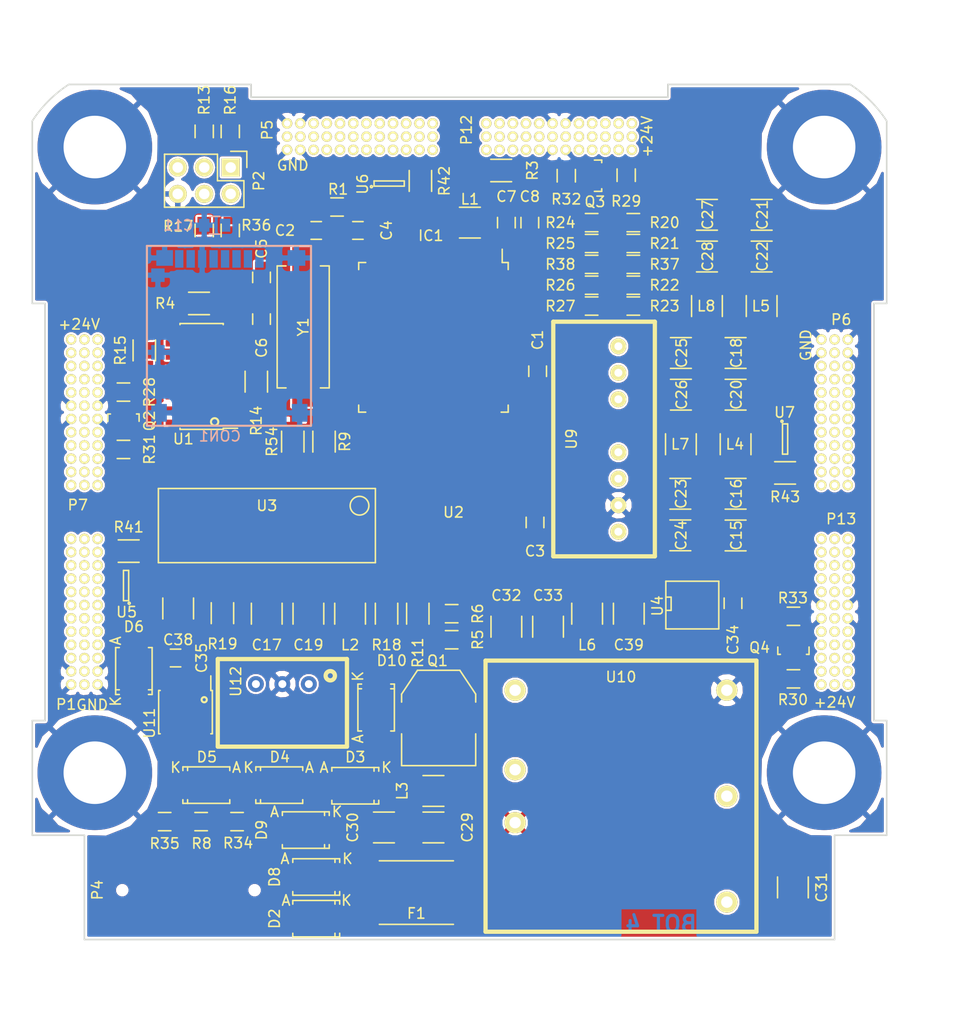
<source format=kicad_pcb>
(kicad_pcb (version 4) (host pcbnew 4.0.5+dfsg1-4)
  (layers (0 F.Cu signal) (1 In1.Cu signal hide) (2 In2.Cu signal hide) (31 B.Cu signal hide) (34 B.Paste user) (35 F.Paste user) (36 B.SilkS user hide) (37 F.SilkS user) (38 B.Mask user) (39 F.Mask user) (44 Edge.Cuts user))
  (net 0 "")
  (net 1 GND)
  (net 2 +3V3)
  (net 3 "Net-(IC1-Pad57)")
  (net 4 "Net-(C6-Pad2)")
  (net 5 "Net-(C7-Pad1)")
  (net 6 "Net-(C8-Pad1)")
  (net 7 /WR)
  (net 8 AD2)
  (net 9 /RD)
  (net 10 A8)
  (net 11 A9)
  (net 12 A10)
  (net 13 A11)
  (net 14 A12)
  (net 15 A13)
  (net 16 A14)
  (net 17 A15)
  (net 18 ALE)
  (net 19 AD7)
  (net 20 AD6)
  (net 21 AD5)
  (net 22 AD4)
  (net 23 AD3)
  (net 24 AD1)
  (net 25 AD0)
  (net 26 "Net-(U2-Pad12)")
  (net 27 "Net-(U2-Pad13)")
  (net 28 "Net-(U2-Pad14)")
  (net 29 "Net-(U2-Pad15)")
  (net 30 "Net-(U2-Pad16)")
  (net 31 "Net-(U2-Pad17)")
  (net 32 "Net-(U2-Pad18)")
  (net 33 "Net-(U2-Pad19)")
  (net 34 TACH0)
  (net 35 TACH1)
  (net 36 +24V)
  (net 37 PWM0)
  (net 38 +5V)
  (net 39 -5V)
  (net 40 /CS_VGND0)
  (net 41 EN_VGND0)
  (net 42 ONEWIRE)
  (net 43 /CS_ADC0)
  (net 44 SCLK)
  (net 45 MISO)
  (net 46 MOSI)
  (net 47 /DRDY0)
  (net 48 PWM1)
  (net 49 /CS_VGND1)
  (net 50 /CS_ADC1)
  (net 51 /DRDY1)
  (net 52 PWM2)
  (net 53 TACH2)
  (net 54 /CS_VGND2)
  (net 55 /CS_ADC2)
  (net 56 /DRDY2)
  (net 57 "Net-(C15-Pad1)")
  (net 58 "Net-(C17-Pad1)")
  (net 59 "Net-(C18-Pad1)")
  (net 60 "Net-(C23-Pad2)")
  (net 61 "Net-(C25-Pad2)")
  (net 62 VIN)
  (net 63 "Net-(D2-Pad1)")
  (net 64 /power/EN_24V_5V)
  (net 65 /power/RS485_RX)
  (net 66 /power/RS485_TX)
  (net 67 "Net-(IC1-Pad29)")
  (net 68 "Net-(IC1-Pad58)")
  (net 69 "Net-(IC1-Pad59)")
  (net 70 "Net-(IC1-Pad60)")
  (net 71 "Net-(IC1-Pad61)")
  (net 72 "Net-(Q1-Pad1)")
  (net 73 f_ADC)
  (net 74 /power/RS485_DE)
  (net 75 "Net-(IC1-Pad9)")
  (net 76 /SD_CS)
  (net 77 "Net-(IC1-Pad31)")
  (net 78 "Net-(IC1-Pad32)")
  (net 79 /power/B)
  (net 80 /power/A)
  (net 81 /RESET)
  (net 82 "Net-(IC1-Pad2)")
  (net 83 "Net-(IC1-Pad3)")
  (net 84 PDO)
  (net 85 SCLK_OUT)
  (net 86 PDI)
  (net 87 /power/VLANDER)
  (net 88 "Net-(P1-Pad21)")
  (net 89 "Net-(P5-Pad21)")
  (net 90 "Net-(P6-Pad21)")
  (net 91 "Net-(P7-Pad19)")
  (net 92 "Net-(P12-Pad19)")
  (net 93 "Net-(P13-Pad19)")
  (net 94 "Net-(C38-Pad1)")
  (net 95 "Net-(C39-Pad1)")
  (net 96 "Net-(D10-Pad1)")
  (net 97 "Net-(P1-Pad9)")
  (net 98 "Net-(P5-Pad9)")
  (net 99 "Net-(P6-Pad9)")
  (net 100 "Net-(IC1-Pad7)")
  (net 101 PG3)
  (net 102 "Net-(R54-Pad2)")
  (net 103 "Net-(R11-Pad1)")
  (net 104 "Net-(R19-Pad2)")
  (module Resistors_SMD:R_0805 (layer F.Cu) (at 78 63.5 270)
    (fp_text reference R16 (at -3 0 270) (layer F.SilkS))
    (fp_text value 120)
    (pad 1 smd rect (at -0.95 0 270) (size 0.7 1.3) (layers F.Cu F.Paste F.Mask) (net 83 "Net-(IC1-Pad3)"))
    (pad 2 smd rect (at 0.95 0 270) (size 0.7 1.3) (layers F.Cu F.Paste F.Mask) (net 84 PDO))
  )
  (module Capacitors_SMD:C_1210 (layer F.Cu) (at 97.5 126.75)
    (fp_text reference L3 (at -3 0 90) (layer F.SilkS))
    (fp_text value 10u)
    (pad 1 smd rect (at -1.5 0) (size 1 2.5) (layers F.Cu F.Paste F.Mask) (net 94 "Net-(C38-Pad1)"))
    (pad 2 smd rect (at 1.5 0) (size 1 2.5) (layers F.Cu F.Paste F.Mask) (net 62 VIN))
  )
  (module SCUBE:SO-20 (layer F.Cu) (at 99.425 101.3 180)
    (fp_text reference U2 (at 0 1.27 180) (layer F.SilkS))
    (fp_text value SN74AHC573)
    (pad 1 smd rect (at -5.715 4.7 180) (size 0.762 1.95) (layers F.Cu F.Paste F.Mask) (net 102 "Net-(R54-Pad2)"))
    (pad 2 smd rect (at -4.445 4.7 180) (size 0.762 1.95) (layers F.Cu F.Paste F.Mask) (net 25 AD0))
    (pad 3 smd rect (at -3.175 4.7 180) (size 0.762 1.95) (layers F.Cu F.Paste F.Mask) (net 24 AD1))
    (pad 4 smd rect (at -1.905 4.7 180) (size 0.762 1.95) (layers F.Cu F.Paste F.Mask) (net 8 AD2))
    (pad 5 smd rect (at -0.635 4.7 180) (size 0.762 1.95) (layers F.Cu F.Paste F.Mask) (net 23 AD3))
    (pad 6 smd rect (at 0.635 4.7 180) (size 0.762 1.95) (layers F.Cu F.Paste F.Mask) (net 22 AD4))
    (pad 7 smd rect (at 1.905 4.7 180) (size 0.762 1.95) (layers F.Cu F.Paste F.Mask) (net 21 AD5))
    (pad 8 smd rect (at 3.175 4.7 180) (size 0.762 1.95) (layers F.Cu F.Paste F.Mask) (net 20 AD6))
    (pad 9 smd rect (at 4.445 4.7 180) (size 0.762 1.95) (layers F.Cu F.Paste F.Mask) (net 19 AD7))
    (pad 10 smd rect (at 5.715 4.7 180) (size 0.762 1.95) (layers F.Cu F.Paste F.Mask) (net 1 GND))
    (pad 11 smd rect (at 5.715 -4.7 180) (size 0.762 1.95) (layers F.Cu F.Paste F.Mask) (net 18 ALE))
    (pad 12 smd rect (at 4.445 -4.7 180) (size 0.762 1.95) (layers F.Cu F.Paste F.Mask) (net 26 "Net-(U2-Pad12)"))
    (pad 13 smd rect (at 3.175 -4.7 180) (size 0.762 1.95) (layers F.Cu F.Paste F.Mask) (net 27 "Net-(U2-Pad13)"))
    (pad 14 smd rect (at 1.905 -4.7 180) (size 0.762 1.95) (layers F.Cu F.Paste F.Mask) (net 28 "Net-(U2-Pad14)"))
    (pad 15 smd rect (at 0.635 -4.7 180) (size 0.762 1.95) (layers F.Cu F.Paste F.Mask) (net 29 "Net-(U2-Pad15)"))
    (pad 16 smd rect (at -0.635 -4.7 180) (size 0.762 1.95) (layers F.Cu F.Paste F.Mask) (net 30 "Net-(U2-Pad16)"))
    (pad 17 smd rect (at -1.905 -4.7 180) (size 0.762 1.95) (layers F.Cu F.Paste F.Mask) (net 31 "Net-(U2-Pad17)"))
    (pad 18 smd rect (at -3.175 -4.7 180) (size 0.762 1.95) (layers F.Cu F.Paste F.Mask) (net 32 "Net-(U2-Pad18)"))
    (pad 19 smd rect (at -4.445 -4.7 180) (size 0.762 1.95) (layers F.Cu F.Paste F.Mask) (net 33 "Net-(U2-Pad19)"))
    (pad 20 smd rect (at -5.715 -4.7 180) (size 0.762 1.95) (layers F.Cu F.Paste F.Mask) (net 2 +3V3))
  )
  (module SMD_Packages:SOJ-32 (layer F.Cu) (at 81.515 101.301 180)
    (fp_text reference U3 (at 0 1.905 180) (layer F.SilkS))
    (fp_text value 71V124SA12YGI)
    (pad 20 smd rect (at 5.715 -4.699 180) (size 0.4572 1.27) (layers F.Cu F.Paste F.Mask) (net 13 A11))
    (pad 21 smd rect (at 4.445 -4.699 180) (size 0.4572 1.27) (layers F.Cu F.Paste F.Mask) (net 14 A12))
    (pad 22 smd rect (at 3.175 -4.699 180) (size 0.4572 1.27) (layers F.Cu F.Paste F.Mask) (net 22 AD4))
    (pad 23 smd rect (at 1.905 -4.699 180) (size 0.4572 1.27) (layers F.Cu F.Paste F.Mask) (net 21 AD5))
    (pad 24 smd rect (at 0.635 -4.699 180) (size 0.4572 1.27) (layers F.Cu F.Paste F.Mask) (net 2 +3V3))
    (pad 28 smd rect (at -4.445 -4.699 180) (size 0.4572 1.27) (layers F.Cu F.Paste F.Mask) (net 9 /RD))
    (pad 29 smd rect (at -5.715 -4.699 180) (size 0.4572 1.27) (layers F.Cu F.Paste F.Mask) (net 15 A13))
    (pad 30 smd rect (at -6.985 -4.699 180) (size 0.4572 1.27) (layers F.Cu F.Paste F.Mask) (net 16 A14))
    (pad 31 smd rect (at -8.255 -4.699 180) (size 0.4572 1.27) (layers F.Cu F.Paste F.Mask) (net 17 A15))
    (pad 32 smd rect (at -9.525 -4.699 180) (size 0.4572 1.27) (layers F.Cu F.Paste F.Mask) (net 103 "Net-(R11-Pad1)"))
    (pad 1 smd rect (at -9.525 4.699 180) (size 0.4572 1.27) (layers F.Cu F.Paste F.Mask) (net 33 "Net-(U2-Pad19)"))
    (pad 2 smd rect (at -8.255 4.699 180) (size 0.4572 1.27) (layers F.Cu F.Paste F.Mask) (net 32 "Net-(U2-Pad18)"))
    (pad 3 smd rect (at -6.985 4.699 180) (size 0.4572 1.27) (layers F.Cu F.Paste F.Mask) (net 31 "Net-(U2-Pad17)"))
    (pad 4 smd rect (at -5.715 4.699 180) (size 0.4572 1.27) (layers F.Cu F.Paste F.Mask) (net 30 "Net-(U2-Pad16)"))
    (pad 5 smd rect (at -4.445 4.699 180) (size 0.4572 1.27) (layers F.Cu F.Paste F.Mask) (net 102 "Net-(R54-Pad2)"))
    (pad 9 smd rect (at 0.635 4.699 180) (size 0.4572 1.27) (layers F.Cu F.Paste F.Mask) (net 1 GND))
    (pad 10 smd rect (at 1.905 4.699 180) (size 0.4572 1.27) (layers F.Cu F.Paste F.Mask) (net 8 AD2))
    (pad 11 smd rect (at 3.175 4.699 180) (size 0.4572 1.27) (layers F.Cu F.Paste F.Mask) (net 23 AD3))
    (pad 12 smd rect (at 4.445 4.699 180) (size 0.4572 1.27) (layers F.Cu F.Paste F.Mask) (net 7 /WR))
    (pad 13 smd rect (at 5.715 4.699 180) (size 0.4572 1.27) (layers F.Cu F.Paste F.Mask) (net 29 "Net-(U2-Pad15)"))
    (pad 14 smd rect (at 6.985 4.699 180) (size 0.4572 1.27) (layers F.Cu F.Paste F.Mask) (net 28 "Net-(U2-Pad14)"))
    (pad 15 smd rect (at 8.255 4.699 180) (size 0.4572 1.27) (layers F.Cu F.Paste F.Mask) (net 27 "Net-(U2-Pad13)"))
    (pad 16 smd rect (at 9.525 4.699 180) (size 0.4572 1.27) (layers F.Cu F.Paste F.Mask) (net 26 "Net-(U2-Pad12)"))
    (pad 6 smd rect (at -3.175 4.699 180) (size 0.4572 1.27) (layers F.Cu F.Paste F.Mask) (net 25 AD0))
    (pad 7 smd rect (at -1.905 4.699 180) (size 0.4572 1.27) (layers F.Cu F.Paste F.Mask) (net 24 AD1))
    (pad 8 smd rect (at -0.635 4.699 180) (size 0.4572 1.27) (layers F.Cu F.Paste F.Mask) (net 2 +3V3))
    (pad 27 smd rect (at -3.175 -4.699 180) (size 0.4572 1.27) (layers F.Cu F.Paste F.Mask) (net 19 AD7))
    (pad 26 smd rect (at -1.905 -4.699 180) (size 0.4572 1.27) (layers F.Cu F.Paste F.Mask) (net 20 AD6))
    (pad 25 smd rect (at -0.635 -4.699 180) (size 0.4572 1.27) (layers F.Cu F.Paste F.Mask) (net 1 GND))
    (pad 19 smd rect (at 6.985 -4.699 180) (size 0.4572 1.27) (layers F.Cu F.Paste F.Mask) (net 12 A10))
    (pad 18 smd rect (at 8.255 -4.699 180) (size 0.4572 1.27) (layers F.Cu F.Paste F.Mask) (net 11 A9))
    (pad 17 smd rect (at 9.525 -4.699 180) (size 0.4572 1.27) (layers F.Cu F.Paste F.Mask) (net 10 A8))
  )
  (module SCUBE:Molex_502774-0891 (layer B.Cu) (at 76.95 75.72935)
    (fp_text reference CON1 (at 0.05 17 180) (layer B.SilkS) (effects (justify mirror)))
    (fp_text value 502774-0891)
    (pad 8 smd rect (at -3.85 0) (size 0.8 1.68) (layers B.Cu B.Paste B.Mask))
    (pad 7 smd rect (at -2.75 0) (size 0.8 1.68) (layers B.Cu B.Paste B.Mask) (net 45 MISO))
    (pad 6 smd rect (at -1.65 0) (size 0.8 1.68) (layers B.Cu B.Paste B.Mask) (net 1 GND))
    (pad 5 smd rect (at -0.55 0) (size 0.8 1.68) (layers B.Cu B.Paste B.Mask) (net 44 SCLK))
    (pad 4 smd rect (at 0.55 0) (size 0.8 1.68) (layers B.Cu B.Paste B.Mask) (net 2 +3V3))
    (pad 3 smd rect (at 1.65 0) (size 0.8 1.68) (layers B.Cu B.Paste B.Mask) (net 46 MOSI))
    (pad 2 smd rect (at 2.75 0) (size 0.8 1.68) (layers B.Cu B.Paste B.Mask) (net 76 /SD_CS))
    (pad 1 smd rect (at 3.85 0) (size 0.8 1.68) (layers B.Cu B.Paste B.Mask))
    (pad 9 smd rect (at -5.25 -0.09) (size 1.6 1.5) (layers B.Cu B.Paste B.Mask) (net 1 GND))
    (pad 9 smd rect (at 7.4 -0.09) (size 1.7 1.5) (layers B.Cu B.Paste B.Mask) (net 1 GND))
    (pad 9 smd rect (at -5.895 1.56) (size 1.29 1.3) (layers B.Cu B.Paste B.Mask) (net 1 GND))
    (pad 9 smd rect (at -5.895 8.96) (size 1.29 1.4) (layers B.Cu B.Paste B.Mask) (net 1 GND))
    (pad 9 smd rect (at -5.79 14.76) (size 1.5 1.7) (layers B.Cu B.Paste B.Mask) (net 1 GND))
    (pad 9 smd rect (at 7.71 14.76) (size 1.5 1.7) (layers B.Cu B.Paste B.Mask) (net 1 GND))
  )
  (module Crystals:Crystal_HC49-SD_SMD (layer F.Cu) (at 85 82.25 270)
    (fp_text reference Y1 (at 0 0 270) (layer F.SilkS))
    (fp_text value "7.3728 MHz")
    (pad 1 smd rect (at -4.84886 0 270) (size 5.6007 2.10058) (layers F.Cu F.Paste F.Mask) (net 73 f_ADC))
    (pad 2 smd rect (at 4.84886 0 270) (size 5.6007 2.10058) (layers F.Cu F.Paste F.Mask) (net 4 "Net-(C6-Pad2)"))
  )
  (module Resistors_SMD:R_0805 (layer F.Cu) (at 88.25 70.75 180)
    (fp_text reference R1 (at -0.1 1.7 180) (layer F.SilkS))
    (fp_text value 10k)
    (pad 1 smd rect (at -0.95 0 180) (size 0.7 1.3) (layers F.Cu F.Paste F.Mask) (net 81 /RESET))
    (pad 2 smd rect (at 0.95 0 180) (size 0.7 1.3) (layers F.Cu F.Paste F.Mask) (net 2 +3V3))
  )
  (module Capacitors_SMD:C_0805 (layer F.Cu) (at 107.5 86.5 90)
    (fp_text reference C1 (at 3 0 90) (layer F.SilkS))
    (fp_text value 100n)
    (pad 1 smd rect (at -1 0 90) (size 1 1.25) (layers F.Cu F.Paste F.Mask) (net 2 +3V3))
    (pad 2 smd rect (at 1 0 90) (size 1 1.25) (layers F.Cu F.Paste F.Mask) (net 1 GND))
  )
  (module Capacitors_SMD:C_0805 (layer F.Cu) (at 86.25 73 180)
    (fp_text reference C2 (at 3 0 180) (layer F.SilkS))
    (fp_text value 100n)
    (pad 1 smd rect (at -1 0 180) (size 1 1.25) (layers F.Cu F.Paste F.Mask) (net 2 +3V3))
    (pad 2 smd rect (at 1 0 180) (size 1 1.25) (layers F.Cu F.Paste F.Mask) (net 1 GND))
  )
  (module Capacitors_SMD:C_0805 (layer F.Cu) (at 107.25 101 90)
    (fp_text reference C3 (at -2.75 0 180) (layer F.SilkS))
    (fp_text value 100n)
    (pad 1 smd rect (at -1 0 90) (size 1 1.25) (layers F.Cu F.Paste F.Mask) (net 2 +3V3))
    (pad 2 smd rect (at 1 0 90) (size 1 1.25) (layers F.Cu F.Paste F.Mask) (net 1 GND))
  )
  (module Capacitors_SMD:C_0805 (layer F.Cu) (at 90.25 73)
    (fp_text reference C4 (at 2.75 0 90) (layer F.SilkS))
    (fp_text value 100n)
    (pad 1 smd rect (at -1 0) (size 1 1.25) (layers F.Cu F.Paste F.Mask) (net 81 /RESET))
    (pad 2 smd rect (at 1 0) (size 1 1.25) (layers F.Cu F.Paste F.Mask) (net 1 GND))
  )
  (module Capacitors_SMD:C_0805 (layer F.Cu) (at 81 77.5 90)
    (fp_text reference C5 (at 2.75 0 90) (layer F.SilkS))
    (fp_text value 22p)
    (pad 1 smd rect (at -1 0 90) (size 1 1.25) (layers F.Cu F.Paste F.Mask) (net 1 GND))
    (pad 2 smd rect (at 1 0 90) (size 1 1.25) (layers F.Cu F.Paste F.Mask) (net 73 f_ADC))
  )
  (module Capacitors_SMD:C_0805 (layer F.Cu) (at 81 81.5 270)
    (fp_text reference C6 (at 2.75 0 270) (layer F.SilkS))
    (fp_text value 22p)
    (pad 1 smd rect (at -1 0 270) (size 1 1.25) (layers F.Cu F.Paste F.Mask) (net 1 GND))
    (pad 2 smd rect (at 1 0 270) (size 1 1.25) (layers F.Cu F.Paste F.Mask) (net 4 "Net-(C6-Pad2)"))
  )
  (module Capacitors_SMD:C_0805 (layer F.Cu) (at 104.5 72.25 90)
    (fp_text reference C7 (at 2.5 0 180) (layer F.SilkS))
    (fp_text value 100n)
    (pad 1 smd rect (at -1 0 90) (size 1 1.25) (layers F.Cu F.Paste F.Mask) (net 5 "Net-(C7-Pad1)"))
    (pad 2 smd rect (at 1 0 90) (size 1 1.25) (layers F.Cu F.Paste F.Mask) (net 1 GND))
  )
  (module Capacitors_SMD:C_0805 (layer F.Cu) (at 106.75 72.25 90)
    (fp_text reference C8 (at 2.5 0 180) (layer F.SilkS))
    (fp_text value 100n)
    (pad 1 smd rect (at -1 0 90) (size 1 1.25) (layers F.Cu F.Paste F.Mask) (net 6 "Net-(C8-Pad1)"))
    (pad 2 smd rect (at 1 0 90) (size 1 1.25) (layers F.Cu F.Paste F.Mask) (net 1 GND))
  )
  (module Capacitors_SMD:C_1210 (layer F.Cu) (at 101 72.25)
    (fp_text reference L1 (at 0 -2.25 180) (layer F.SilkS))
    (fp_text value 10u)
    (pad 1 smd rect (at -1.5 0) (size 1 2.5) (layers F.Cu F.Paste F.Mask) (net 2 +3V3))
    (pad 2 smd rect (at 1.5 0) (size 1 2.5) (layers F.Cu F.Paste F.Mask) (net 5 "Net-(C7-Pad1)"))
  )
  (module Capacitors_SMD:C_0805 (layer B.Cu) (at 76.5 72.5 180)
    (fp_text reference C11 (at 3.5 0 180) (layer B.SilkS) (effects (justify mirror)))
    (fp_text value 100n)
    (pad 1 smd rect (at -1 0 180) (size 1 1.25) (layers B.Cu B.Paste B.Mask) (net 2 +3V3))
    (pad 2 smd rect (at 1 0 180) (size 1 1.25) (layers B.Cu B.Paste B.Mask) (net 1 GND))
  )
  (module SMD_Packages:SOIC-8-N (layer F.Cu) (at 122.345 108.925)
    (fp_text reference U4 (at -3.345 0.075 90) (layer F.SilkS))
    (fp_text value DS18B20Z)
    (pad 8 smd rect (at -1.905 -3.175) (size 0.508 1.143) (layers F.Cu F.Paste F.Mask))
    (pad 7 smd rect (at -0.635 -3.175) (size 0.508 1.143) (layers F.Cu F.Paste F.Mask))
    (pad 6 smd rect (at 0.635 -3.175) (size 0.508 1.143) (layers F.Cu F.Paste F.Mask))
    (pad 5 smd rect (at 1.905 -3.175) (size 0.508 1.143) (layers F.Cu F.Paste F.Mask) (net 1 GND))
    (pad 4 smd rect (at 1.905 3.175) (size 0.508 1.143) (layers F.Cu F.Paste F.Mask) (net 42 ONEWIRE))
    (pad 3 smd rect (at 0.635 3.175) (size 0.508 1.143) (layers F.Cu F.Paste F.Mask) (net 2 +3V3))
    (pad 2 smd rect (at -0.635 3.175) (size 0.508 1.143) (layers F.Cu F.Paste F.Mask))
    (pad 1 smd rect (at -1.905 3.175) (size 0.508 1.143) (layers F.Cu F.Paste F.Mask))
  )
  (module Pin_Headers:Pin_Header_Straight_2x03 (layer F.Cu) (at 78.04 66.96 270)
    (fp_text reference P2 (at 1.29 -2.71 270) (layer F.SilkS))
    (fp_text value ISP)
    (pad 1 thru_hole rect (at 0 0 270) (size 1.7272 1.7272) (drill 1.016) (layers *.Cu *.Mask F.SilkS) (net 84 PDO))
    (pad 2 thru_hole oval (at 2.54 0 270) (size 1.7272 1.7272) (drill 1.016) (layers *.Cu *.Mask F.SilkS) (net 2 +3V3))
    (pad 3 thru_hole oval (at 0 2.54 270) (size 1.7272 1.7272) (drill 1.016) (layers *.Cu *.Mask F.SilkS) (net 85 SCLK_OUT))
    (pad 4 thru_hole oval (at 2.54 2.54 270) (size 1.7272 1.7272) (drill 1.016) (layers *.Cu *.Mask F.SilkS) (net 86 PDI))
    (pad 5 thru_hole oval (at 0 5.08 270) (size 1.7272 1.7272) (drill 1.016) (layers *.Cu *.Mask F.SilkS) (net 81 /RESET))
    (pad 6 thru_hole oval (at 2.54 5.08 270) (size 1.7272 1.7272) (drill 1.016) (layers *.Cu *.Mask F.SilkS) (net 1 GND))
  )
  (module Capacitors_SMD:C_1210 (layer F.Cu) (at 126.5 102.25 180)
    (fp_text reference C15 (at -0.073638 0 450) (layer F.SilkS))
    (fp_text value 10u25V)
    (pad 1 smd rect (at -1.5 0 180) (size 1 2.5) (layers F.Cu F.Paste F.Mask) (net 57 "Net-(C15-Pad1)"))
    (pad 2 smd rect (at 1.5 0 180) (size 1 2.5) (layers F.Cu F.Paste F.Mask) (net 1 GND))
  )
  (module Capacitors_SMD:C_1210 (layer F.Cu) (at 126.5 98.25 180)
    (fp_text reference C16 (at -0.073638 0 270) (layer F.SilkS))
    (fp_text value 10u25V)
    (pad 1 smd rect (at -1.5 0 180) (size 1 2.5) (layers F.Cu F.Paste F.Mask) (net 57 "Net-(C15-Pad1)"))
    (pad 2 smd rect (at 1.5 0 180) (size 1 2.5) (layers F.Cu F.Paste F.Mask) (net 1 GND))
  )
  (module Capacitors_SMD:C_1210 (layer F.Cu) (at 81.5 109.75 270)
    (fp_text reference C17 (at 3 0 360) (layer F.SilkS))
    (fp_text value 10u25V)
    (pad 1 smd rect (at -1.5 0 270) (size 1 2.5) (layers F.Cu F.Paste F.Mask) (net 58 "Net-(C17-Pad1)"))
    (pad 2 smd rect (at 1.5 0 270) (size 1 2.5) (layers F.Cu F.Paste F.Mask) (net 1 GND))
  )
  (module Capacitors_SMD:C_1210 (layer F.Cu) (at 126.5 84.75 180)
    (fp_text reference C18 (at -0.073638 0 450) (layer F.SilkS))
    (fp_text value 10u25V)
    (pad 1 smd rect (at -1.5 0 180) (size 1 2.5) (layers F.Cu F.Paste F.Mask) (net 59 "Net-(C18-Pad1)"))
    (pad 2 smd rect (at 1.5 0 180) (size 1 2.5) (layers F.Cu F.Paste F.Mask) (net 1 GND))
  )
  (module Capacitors_SMD:C_1210 (layer F.Cu) (at 85.5 109.75 270)
    (fp_text reference C19 (at 3 0 360) (layer F.SilkS))
    (fp_text value 10u25V)
    (pad 1 smd rect (at -1.5 0 270) (size 1 2.5) (layers F.Cu F.Paste F.Mask) (net 58 "Net-(C17-Pad1)"))
    (pad 2 smd rect (at 1.5 0 270) (size 1 2.5) (layers F.Cu F.Paste F.Mask) (net 1 GND))
  )
  (module Capacitors_SMD:C_1210 (layer F.Cu) (at 126.5 88.75 180)
    (fp_text reference C20 (at -0.073638 0 450) (layer F.SilkS))
    (fp_text value 10u25V)
    (pad 1 smd rect (at -1.5 0 180) (size 1 2.5) (layers F.Cu F.Paste F.Mask) (net 59 "Net-(C18-Pad1)"))
    (pad 2 smd rect (at 1.5 0 180) (size 1 2.5) (layers F.Cu F.Paste F.Mask) (net 1 GND))
  )
  (module Capacitors_SMD:C_1210 (layer F.Cu) (at 129 71.5 180)
    (fp_text reference C21 (at -0.073638 0 450) (layer F.SilkS))
    (fp_text value 10u25V)
    (pad 1 smd rect (at -1.5 0 180) (size 1 2.5) (layers F.Cu F.Paste F.Mask) (net 39 -5V))
    (pad 2 smd rect (at 1.5 0 180) (size 1 2.5) (layers F.Cu F.Paste F.Mask) (net 1 GND))
  )
  (module Capacitors_SMD:C_1210 (layer F.Cu) (at 129 75.5 180)
    (fp_text reference C22 (at -0.073638 0 450) (layer F.SilkS))
    (fp_text value 10u25V)
    (pad 1 smd rect (at -1.5 0 180) (size 1 2.5) (layers F.Cu F.Paste F.Mask) (net 39 -5V))
    (pad 2 smd rect (at 1.5 0 180) (size 1 2.5) (layers F.Cu F.Paste F.Mask) (net 1 GND))
  )
  (module Capacitors_SMD:C_1210 (layer F.Cu) (at 121.197226 98.25 180)
    (fp_text reference C23 (at -0.073638 0 450) (layer F.SilkS))
    (fp_text value 10u25V)
    (pad 1 smd rect (at -1.5 0 180) (size 1 2.5) (layers F.Cu F.Paste F.Mask) (net 1 GND))
    (pad 2 smd rect (at 1.5 0 180) (size 1 2.5) (layers F.Cu F.Paste F.Mask) (net 60 "Net-(C23-Pad2)"))
  )
  (module Capacitors_SMD:C_1210 (layer F.Cu) (at 121.197226 102.239318 180)
    (fp_text reference C24 (at -0.073638 0 450) (layer F.SilkS))
    (fp_text value 10u25V)
    (pad 1 smd rect (at -1.5 0 180) (size 1 2.5) (layers F.Cu F.Paste F.Mask) (net 1 GND))
    (pad 2 smd rect (at 1.5 0 180) (size 1 2.5) (layers F.Cu F.Paste F.Mask) (net 60 "Net-(C23-Pad2)"))
  )
  (module Capacitors_SMD:C_1210 (layer F.Cu) (at 121.25 84.75 180)
    (fp_text reference C25 (at -0.073638 0 450) (layer F.SilkS))
    (fp_text value 10u25V)
    (pad 1 smd rect (at -1.5 0 180) (size 1 2.5) (layers F.Cu F.Paste F.Mask) (net 1 GND))
    (pad 2 smd rect (at 1.5 0 180) (size 1 2.5) (layers F.Cu F.Paste F.Mask) (net 61 "Net-(C25-Pad2)"))
  )
  (module Capacitors_SMD:C_1210 (layer F.Cu) (at 121.25 88.75 180)
    (fp_text reference C26 (at -0.073638 0 450) (layer F.SilkS))
    (fp_text value 10u25V)
    (pad 1 smd rect (at -1.5 0 180) (size 1 2.5) (layers F.Cu F.Paste F.Mask) (net 1 GND))
    (pad 2 smd rect (at 1.5 0 180) (size 1 2.5) (layers F.Cu F.Paste F.Mask) (net 61 "Net-(C25-Pad2)"))
  )
  (module Capacitors_SMD:C_1210 (layer F.Cu) (at 123.75 71.5 180)
    (fp_text reference C27 (at -0.073638 0 450) (layer F.SilkS))
    (fp_text value 10u25V)
    (pad 1 smd rect (at -1.5 0 180) (size 1 2.5) (layers F.Cu F.Paste F.Mask) (net 1 GND))
    (pad 2 smd rect (at 1.5 0 180) (size 1 2.5) (layers F.Cu F.Paste F.Mask) (net 38 +5V))
  )
  (module Capacitors_SMD:C_1210 (layer F.Cu) (at 123.75 75.5 180)
    (fp_text reference C28 (at -0.073638 0 450) (layer F.SilkS))
    (fp_text value 10u25V)
    (pad 1 smd rect (at -1.5 0 180) (size 1 2.5) (layers F.Cu F.Paste F.Mask) (net 1 GND))
    (pad 2 smd rect (at 1.5 0 180) (size 1 2.5) (layers F.Cu F.Paste F.Mask) (net 38 +5V))
  )
  (module Capacitors_SMD:C_1210 (layer F.Cu) (at 97.5 130.25 180)
    (fp_text reference C29 (at -3.25 0 270) (layer F.SilkS))
    (fp_text value 10u50V)
    (pad 1 smd rect (at -1.5 0 180) (size 1 2.5) (layers F.Cu F.Paste F.Mask) (net 62 VIN))
    (pad 2 smd rect (at 1.5 0 180) (size 1 2.5) (layers F.Cu F.Paste F.Mask) (net 1 GND))
  )
  (module Capacitors_SMD:C_1210 (layer F.Cu) (at 92.75 130.25)
    (fp_text reference C30 (at -3 0 90) (layer F.SilkS))
    (fp_text value 10u50V)
    (pad 1 smd rect (at -1.5 0) (size 1 2.5) (layers F.Cu F.Paste F.Mask) (net 62 VIN))
    (pad 2 smd rect (at 1.5 0) (size 1 2.5) (layers F.Cu F.Paste F.Mask) (net 1 GND))
  )
  (module Capacitors_SMD:C_1210 (layer F.Cu) (at 132 136 90)
    (fp_text reference C31 (at 0 2.75 90) (layer F.SilkS))
    (fp_text value 10u50V)
    (pad 1 smd rect (at -1.5 0 90) (size 1 2.5) (layers F.Cu F.Paste F.Mask) (net 36 +24V))
    (pad 2 smd rect (at 1.5 0 90) (size 1 2.5) (layers F.Cu F.Paste F.Mask) (net 1 GND))
  )
  (module Capacitors_SMD:C_1210 (layer F.Cu) (at 104.5 111 90)
    (fp_text reference C32 (at 3 0 180) (layer F.SilkS))
    (fp_text value 10u25V)
    (pad 1 smd rect (at -1.5 0 90) (size 1 2.5) (layers F.Cu F.Paste F.Mask) (net 2 +3V3))
    (pad 2 smd rect (at 1.5 0 90) (size 1 2.5) (layers F.Cu F.Paste F.Mask) (net 1 GND))
  )
  (module Capacitors_SMD:C_1210 (layer F.Cu) (at 108.5 111 90)
    (fp_text reference C33 (at 3 0 180) (layer F.SilkS))
    (fp_text value 10u25V)
    (pad 1 smd rect (at -1.5 0 90) (size 1 2.5) (layers F.Cu F.Paste F.Mask) (net 2 +3V3))
    (pad 2 smd rect (at 1.5 0 90) (size 1 2.5) (layers F.Cu F.Paste F.Mask) (net 1 GND))
  )
  (module Capacitors_SMD:C_0805 (layer F.Cu) (at 126.25 108.75 90)
    (fp_text reference C34 (at -3.5 0 90) (layer F.SilkS))
    (fp_text value 100n)
    (pad 1 smd rect (at -1 0 90) (size 1 1.25) (layers F.Cu F.Paste F.Mask) (net 2 +3V3))
    (pad 2 smd rect (at 1 0 90) (size 1 1.25) (layers F.Cu F.Paste F.Mask) (net 1 GND))
  )
  (module Capacitors_SMD:C_0805 (layer F.Cu) (at 72.75 114 180)
    (fp_text reference C35 (at -2.5 0 270) (layer F.SilkS))
    (fp_text value 100n)
    (pad 1 smd rect (at -1 0 180) (size 1 1.25) (layers F.Cu F.Paste F.Mask) (net 2 +3V3))
    (pad 2 smd rect (at 1 0 180) (size 1 1.25) (layers F.Cu F.Paste F.Mask) (net 1 GND))
  )
  (module Capacitors_SMD:C_1210 (layer F.Cu) (at 89.5 109.75 270)
    (fp_text reference L2 (at 3 0 360) (layer F.SilkS))
    (fp_text value 10u)
    (pad 1 smd rect (at -1.5 0 270) (size 1 2.5) (layers F.Cu F.Paste F.Mask) (net 58 "Net-(C17-Pad1)"))
    (pad 2 smd rect (at 1.5 0 270) (size 1 2.5) (layers F.Cu F.Paste F.Mask) (net 2 +3V3))
  )
  (module Capacitors_SMD:C_1210 (layer F.Cu) (at 126.5 93.5 90)
    (fp_text reference L4 (at 0 -0.073638 360) (layer F.SilkS))
    (fp_text value 10u)
    (pad 1 smd rect (at -1.5 0 90) (size 1 2.5) (layers F.Cu F.Paste F.Mask) (net 57 "Net-(C15-Pad1)"))
    (pad 2 smd rect (at 1.5 0 90) (size 1 2.5) (layers F.Cu F.Paste F.Mask) (net 59 "Net-(C18-Pad1)"))
  )
  (module Capacitors_SMD:C_1210 (layer F.Cu) (at 129 80.25 90)
    (fp_text reference L5 (at 0 -0.073638 360) (layer F.SilkS))
    (fp_text value 10u)
    (pad 1 smd rect (at -1.5 0 90) (size 1 2.5) (layers F.Cu F.Paste F.Mask) (net 59 "Net-(C18-Pad1)"))
    (pad 2 smd rect (at 1.5 0 90) (size 1 2.5) (layers F.Cu F.Paste F.Mask) (net 39 -5V))
  )
  (module Capacitors_SMD:C_1210 (layer F.Cu) (at 112.25 109.75 90)
    (fp_text reference L6 (at -3 0 360) (layer F.SilkS))
    (fp_text value 10u)
    (pad 1 smd rect (at -1.5 0 90) (size 1 2.5) (layers F.Cu F.Paste F.Mask) (net 62 VIN))
    (pad 2 smd rect (at 1.5 0 90) (size 1 2.5) (layers F.Cu F.Paste F.Mask) (net 95 "Net-(C39-Pad1)"))
  )
  (module Capacitors_SMD:C_1210 (layer F.Cu) (at 121.25 93.5 270)
    (fp_text reference L7 (at 0 0.073638 540) (layer F.SilkS))
    (fp_text value 10u)
    (pad 1 smd rect (at -1.5 0 270) (size 1 2.5) (layers F.Cu F.Paste F.Mask) (net 61 "Net-(C25-Pad2)"))
    (pad 2 smd rect (at 1.5 0 270) (size 1 2.5) (layers F.Cu F.Paste F.Mask) (net 60 "Net-(C23-Pad2)"))
  )
  (module Capacitors_SMD:C_1210 (layer F.Cu) (at 123.75 80.25 270)
    (fp_text reference L8 (at 0 0.073638 540) (layer F.SilkS))
    (fp_text value 10u)
    (pad 1 smd rect (at -1.5 0 270) (size 1 2.5) (layers F.Cu F.Paste F.Mask) (net 38 +5V))
    (pad 2 smd rect (at 1.5 0 270) (size 1 2.5) (layers F.Cu F.Paste F.Mask) (net 61 "Net-(C25-Pad2)"))
  )
  (module SCUBE:solder_bridge_1mm (layer F.Cu) (at 95.861752 136.495248)
    (fp_text reference P14 hide)
    (fp_text value FUSE_BYPASS)
    (pad 1 smd rect (at -0.3 0) (size 0.4 1) (layers F.Cu F.Mask) (net 63 "Net-(D2-Pad1)"))
    (pad 2 smd rect (at 0.3 0) (size 0.4 1) (layers F.Cu F.Mask) (net 62 VIN))
  )
  (module TO_SOT_Packages_SMD:SOT-223 (layer F.Cu) (at 98 119.75)
    (fp_text reference Q1 (at -0.111308 -5.484396) (layer F.SilkS))
    (fp_text value IRLL024NPBF)
    (pad 4 smd rect (at 0 -3.302) (size 3.6576 2.032) (layers F.Cu F.Paste F.Mask) (net 96 "Net-(D10-Pad1)"))
    (pad 2 smd rect (at 0 3.302) (size 1.016 2.032) (layers F.Cu F.Paste F.Mask) (net 96 "Net-(D10-Pad1)"))
    (pad 3 smd rect (at 2.286 3.302) (size 1.016 2.032) (layers F.Cu F.Paste F.Mask) (net 1 GND))
    (pad 1 smd rect (at -2.286 3.302) (size 1.016 2.032) (layers F.Cu F.Paste F.Mask) (net 72 "Net-(Q1-Pad1)"))
  )
  (module Resistors_SMD:R_0805 (layer F.Cu) (at 99.25 112.25 180)
    (fp_text reference R5 (at -2.5 0 270) (layer F.SilkS))
    (fp_text value 10k)
    (pad 1 smd rect (at -0.95 0 180) (size 0.7 1.3) (layers F.Cu F.Paste F.Mask) (net 72 "Net-(Q1-Pad1)"))
    (pad 2 smd rect (at 0.95 0 180) (size 0.7 1.3) (layers F.Cu F.Paste F.Mask) (net 64 /power/EN_24V_5V))
  )
  (module Resistors_SMD:R_0805 (layer F.Cu) (at 99.25 109.75)
    (fp_text reference R6 (at 2.5 0 90) (layer F.SilkS))
    (fp_text value 1M)
    (pad 1 smd rect (at -0.95 0) (size 0.7 1.3) (layers F.Cu F.Paste F.Mask) (net 1 GND))
    (pad 2 smd rect (at 0.95 0) (size 0.7 1.3) (layers F.Cu F.Paste F.Mask) (net 72 "Net-(Q1-Pad1)"))
  )
  (module TO_SOT_Packages_SMD:SOT-23-5 (layer F.Cu) (at 68 107.05 180)
    (fp_text reference U5 (at -0.05 -2.55 180) (layer F.SilkS))
    (fp_text value SN74LVC1G125DBVR)
    (pad 1 smd rect (at -1.1 -0.95 180) (size 1.06 0.65) (layers F.Cu F.Paste F.Mask) (net 1 GND))
    (pad 2 smd rect (at -1.1 0 180) (size 1.06 0.65) (layers F.Cu F.Paste F.Mask) (net 73 f_ADC))
    (pad 3 smd rect (at -1.1 0.95 180) (size 1.06 0.65) (layers F.Cu F.Paste F.Mask) (net 1 GND))
    (pad 4 smd rect (at 1.1 0.95 180) (size 1.06 0.65) (layers F.Cu F.Paste F.Mask) (net 88 "Net-(P1-Pad21)"))
    (pad 5 smd rect (at 1.1 -0.95 180) (size 1.06 0.65) (layers F.Cu F.Paste F.Mask) (net 2 +3V3))
  )
  (module TO_SOT_Packages_SMD:SOT-23-5 (layer F.Cu) (at 93.25 68.5 90)
    (fp_text reference U6 (at -0.05 -2.55 90) (layer F.SilkS))
    (fp_text value SN74LVC1G125DBVR)
    (pad 1 smd rect (at -1.1 -0.95 90) (size 1.06 0.65) (layers F.Cu F.Paste F.Mask) (net 1 GND))
    (pad 2 smd rect (at -1.1 0 90) (size 1.06 0.65) (layers F.Cu F.Paste F.Mask) (net 73 f_ADC))
    (pad 3 smd rect (at -1.1 0.95 90) (size 1.06 0.65) (layers F.Cu F.Paste F.Mask) (net 1 GND))
    (pad 4 smd rect (at 1.1 0.95 90) (size 1.06 0.65) (layers F.Cu F.Paste F.Mask) (net 89 "Net-(P5-Pad21)"))
    (pad 5 smd rect (at 1.1 -0.95 90) (size 1.06 0.65) (layers F.Cu F.Paste F.Mask) (net 2 +3V3))
  )
  (module TO_SOT_Packages_SMD:SOT-23-5 (layer F.Cu) (at 131.25 93)
    (fp_text reference U7 (at -0.05 -2.55) (layer F.SilkS))
    (fp_text value SN74LVC1G125DBVR)
    (pad 1 smd rect (at -1.1 -0.95) (size 1.06 0.65) (layers F.Cu F.Paste F.Mask) (net 1 GND))
    (pad 2 smd rect (at -1.1 0) (size 1.06 0.65) (layers F.Cu F.Paste F.Mask) (net 73 f_ADC))
    (pad 3 smd rect (at -1.1 0.95) (size 1.06 0.65) (layers F.Cu F.Paste F.Mask) (net 1 GND))
    (pad 4 smd rect (at 1.1 0.95) (size 1.06 0.65) (layers F.Cu F.Paste F.Mask) (net 90 "Net-(P6-Pad21)"))
    (pad 5 smd rect (at 1.1 -0.95) (size 1.06 0.65) (layers F.Cu F.Paste F.Mask) (net 2 +3V3))
  )
  (module Housings_SOIC:SOIC-8_3.9x4.9mm_Pitch1.27mm (layer F.Cu) (at 73.702876 119.190452 270)
    (fp_text reference U11 (at 1.059548 3.452876 270) (layer F.SilkS))
    (fp_text value MAX485)
    (pad 1 smd rect (at -2.7 -1.905 270) (size 1.55 0.6) (layers F.Cu F.Paste F.Mask) (net 65 /power/RS485_RX))
    (pad 2 smd rect (at -2.7 -0.635 270) (size 1.55 0.6) (layers F.Cu F.Paste F.Mask) (net 74 /power/RS485_DE))
    (pad 3 smd rect (at -2.7 0.635 270) (size 1.55 0.6) (layers F.Cu F.Paste F.Mask) (net 74 /power/RS485_DE))
    (pad 4 smd rect (at -2.7 1.905 270) (size 1.55 0.6) (layers F.Cu F.Paste F.Mask) (net 66 /power/RS485_TX))
    (pad 5 smd rect (at 2.7 1.905 270) (size 1.55 0.6) (layers F.Cu F.Paste F.Mask) (net 1 GND))
    (pad 6 smd rect (at 2.7 0.635 270) (size 1.55 0.6) (layers F.Cu F.Paste F.Mask) (net 80 /power/A))
    (pad 7 smd rect (at 2.7 -0.635 270) (size 1.55 0.6) (layers F.Cu F.Paste F.Mask) (net 79 /power/B))
    (pad 8 smd rect (at 2.7 -1.905 270) (size 1.55 0.6) (layers F.Cu F.Paste F.Mask) (net 2 +3V3))
  )
  (module SCUBE:M6_PTH (layer F.Cu) (at 65 125)
    (fp_text reference P8 hide)
    (fp_text value M6)
    (pad 1 thru_hole circle (at 0 0) (size 11 11) (drill 6) (layers *.Cu *.Mask) (net 1 GND))
  )
  (module SCUBE:M6_PTH (layer F.Cu) (at 65 65)
    (fp_text reference P9 hide)
    (fp_text value M6)
    (pad 1 thru_hole circle (at 0 0) (size 11 11) (drill 6) (layers *.Cu *.Mask) (net 1 GND))
  )
  (module SCUBE:M6_PTH (layer F.Cu) (at 135 65)
    (fp_text reference P10 hide)
    (fp_text value M6)
    (pad 1 thru_hole circle (at 0 0) (size 11 11) (drill 6) (layers *.Cu *.Mask) (net 1 GND))
  )
  (module SCUBE:M6_PTH (layer F.Cu) (at 135 135)
    (fp_text reference P11 hide)
    (fp_text value M6)
    (pad 1 thru_hole circle (at 0 -10) (size 11 11) (drill 6) (layers *.Cu *.Mask) (net 1 GND))
  )
  (module Resistors_SMD:R_0805 (layer F.Cu) (at 75.202876 129.690452 180)
    (fp_text reference R8 (at -0.047124 -2.1 180) (layer F.SilkS))
    (fp_text value 120)
    (pad 1 smd rect (at -0.95 0 180) (size 0.7 1.3) (layers F.Cu F.Paste F.Mask) (net 79 /power/B))
    (pad 2 smd rect (at 0.95 0 180) (size 0.7 1.3) (layers F.Cu F.Paste F.Mask) (net 80 /power/A))
  )
  (module Resistors_SMD:R_0805 (layer F.Cu) (at 75.5 63.5 270)
    (fp_text reference R13 (at -3 0 270) (layer F.SilkS))
    (fp_text value 120)
    (pad 1 smd rect (at -0.95 0 270) (size 0.7 1.3) (layers F.Cu F.Paste F.Mask) (net 44 SCLK))
    (pad 2 smd rect (at 0.95 0 270) (size 0.7 1.3) (layers F.Cu F.Paste F.Mask) (net 85 SCLK_OUT))
  )
  (module Resistors_SMD:R_0805 (layer F.Cu) (at 75.5 73 90)
    (fp_text reference R17 (at 0.4 -2.5 180) (layer F.SilkS))
    (fp_text value 120)
    (pad 1 smd rect (at -0.95 0 90) (size 0.7 1.3) (layers F.Cu F.Paste F.Mask) (net 82 "Net-(IC1-Pad2)"))
    (pad 2 smd rect (at 0.95 0 90) (size 0.7 1.3) (layers F.Cu F.Paste F.Mask) (net 86 PDI))
  )
  (module Resistors_SMD:R_0805 (layer F.Cu) (at 78.652876 129.690452 180)
    (fp_text reference R34 (at -0.097124 -2.059548 180) (layer F.SilkS))
    (fp_text value 360)
    (pad 1 smd rect (at -0.95 0 180) (size 0.7 1.3) (layers F.Cu F.Paste F.Mask) (net 1 GND))
    (pad 2 smd rect (at 0.95 0 180) (size 0.7 1.3) (layers F.Cu F.Paste F.Mask) (net 79 /power/B))
  )
  (module Resistors_SMD:R_0805 (layer F.Cu) (at 71.702876 129.690452 180)
    (fp_text reference R35 (at 0 -2.1 180) (layer F.SilkS))
    (fp_text value 360)
    (pad 1 smd rect (at -0.95 0 180) (size 0.7 1.3) (layers F.Cu F.Paste F.Mask) (net 80 /power/A))
    (pad 2 smd rect (at 0.95 0 180) (size 0.7 1.3) (layers F.Cu F.Paste F.Mask) (net 2 +3V3))
  )
  (module TO_SOT_Packages_SMD:SOT-23 (layer F.Cu) (at 67.75 91.25)
    (fp_text reference Q2 (at 2.5 0 270) (layer F.SilkS))
    (fp_text value PMBF170)
    (pad 1 smd rect (at -0.95 1.00076) (size 0.8001 0.8001) (layers F.Cu F.Paste F.Mask) (net 37 PWM0))
    (pad 2 smd rect (at 0.95 1.00076) (size 0.8001 0.8001) (layers F.Cu F.Paste F.Mask) (net 1 GND))
    (pad 3 smd rect (at 0 -0.99822) (size 0.8001 0.8001) (layers F.Cu F.Paste F.Mask) (net 91 "Net-(P7-Pad19)"))
  )
  (module TO_SOT_Packages_SMD:SOT-23 (layer F.Cu) (at 113 67.75 270)
    (fp_text reference Q3 (at 2.5 0 360) (layer F.SilkS))
    (fp_text value PMBF170)
    (pad 1 smd rect (at -0.95 1.00076 270) (size 0.8001 0.8001) (layers F.Cu F.Paste F.Mask) (net 48 PWM1))
    (pad 2 smd rect (at 0.95 1.00076 270) (size 0.8001 0.8001) (layers F.Cu F.Paste F.Mask) (net 1 GND))
    (pad 3 smd rect (at 0 -0.99822 270) (size 0.8001 0.8001) (layers F.Cu F.Paste F.Mask) (net 92 "Net-(P12-Pad19)"))
  )
  (module TO_SOT_Packages_SMD:SOT-23 (layer F.Cu) (at 132.05 113.00076 180)
    (fp_text reference Q4 (at 3.25 0 360) (layer F.SilkS))
    (fp_text value PMBF170)
    (pad 1 smd rect (at -0.95 1.00076 180) (size 0.8001 0.8001) (layers F.Cu F.Paste F.Mask) (net 52 PWM2))
    (pad 2 smd rect (at 0.95 1.00076 180) (size 0.8001 0.8001) (layers F.Cu F.Paste F.Mask) (net 1 GND))
    (pad 3 smd rect (at 0 -0.99822 180) (size 0.8001 0.8001) (layers F.Cu F.Paste F.Mask) (net 93 "Net-(P13-Pad19)"))
  )
  (module Resistors_SMD:R_0805 (layer F.Cu) (at 116.683272 72.25 180)
    (fp_text reference R20 (at -3 0 180) (layer F.SilkS))
    (fp_text value 18k)
    (pad 1 smd rect (at -0.95 0 180) (size 0.7 1.3) (layers F.Cu F.Paste F.Mask) (net 2 +3V3))
    (pad 2 smd rect (at 0.95 0 180) (size 0.7 1.3) (layers F.Cu F.Paste F.Mask) (net 71 "Net-(IC1-Pad61)"))
  )
  (module Resistors_SMD:R_0805 (layer F.Cu) (at 116.683272 74.25 180)
    (fp_text reference R21 (at -3 0 180) (layer F.SilkS))
    (fp_text value 150k)
    (pad 1 smd rect (at -0.95 0 180) (size 0.7 1.3) (layers F.Cu F.Paste F.Mask) (net 36 +24V))
    (pad 2 smd rect (at 0.95 0 180) (size 0.7 1.3) (layers F.Cu F.Paste F.Mask) (net 70 "Net-(IC1-Pad60)"))
  )
  (module Resistors_SMD:R_0805 (layer F.Cu) (at 116.683272 78.25 180)
    (fp_text reference R22 (at -3 0 180) (layer F.SilkS))
    (fp_text value 18k)
    (pad 1 smd rect (at -0.95 0 180) (size 0.7 1.3) (layers F.Cu F.Paste F.Mask) (net 38 +5V))
    (pad 2 smd rect (at 0.95 0 180) (size 0.7 1.3) (layers F.Cu F.Paste F.Mask) (net 68 "Net-(IC1-Pad58)"))
  )
  (module Resistors_SMD:R_0805 (layer F.Cu) (at 116.683272 80.25 180)
    (fp_text reference R23 (at -3 0 180) (layer F.SilkS))
    (fp_text value 10k)
    (pad 1 smd rect (at -0.95 0 180) (size 0.7 1.3) (layers F.Cu F.Paste F.Mask) (net 2 +3V3))
    (pad 2 smd rect (at 0.95 0 180) (size 0.7 1.3) (layers F.Cu F.Paste F.Mask) (net 3 "Net-(IC1-Pad57)"))
  )
  (module Resistors_SMD:R_0805 (layer F.Cu) (at 112.683272 72.25 180)
    (fp_text reference R24 (at 3 0 180) (layer F.SilkS))
    (fp_text value 18k)
    (pad 1 smd rect (at -0.95 0 180) (size 0.7 1.3) (layers F.Cu F.Paste F.Mask) (net 71 "Net-(IC1-Pad61)"))
    (pad 2 smd rect (at 0.95 0 180) (size 0.7 1.3) (layers F.Cu F.Paste F.Mask) (net 1 GND))
  )
  (module Resistors_SMD:R_0805 (layer F.Cu) (at 112.683272 74.25 180)
    (fp_text reference R25 (at 3 0 180) (layer F.SilkS))
    (fp_text value 10k)
    (pad 1 smd rect (at -0.95 0 180) (size 0.7 1.3) (layers F.Cu F.Paste F.Mask) (net 70 "Net-(IC1-Pad60)"))
    (pad 2 smd rect (at 0.95 0 180) (size 0.7 1.3) (layers F.Cu F.Paste F.Mask) (net 1 GND))
  )
  (module Resistors_SMD:R_0805 (layer F.Cu) (at 112.683272 78.25 180)
    (fp_text reference R26 (at 3 0 180) (layer F.SilkS))
    (fp_text value 10k)
    (pad 1 smd rect (at -0.95 0 180) (size 0.7 1.3) (layers F.Cu F.Paste F.Mask) (net 68 "Net-(IC1-Pad58)"))
    (pad 2 smd rect (at 0.95 0 180) (size 0.7 1.3) (layers F.Cu F.Paste F.Mask) (net 1 GND))
  )
  (module Resistors_SMD:R_0805 (layer F.Cu) (at 112.683272 80.25 180)
    (fp_text reference R27 (at 3 0 180) (layer F.SilkS))
    (fp_text value 22k)
    (pad 1 smd rect (at -0.95 0 180) (size 0.7 1.3) (layers F.Cu F.Paste F.Mask) (net 3 "Net-(IC1-Pad57)"))
    (pad 2 smd rect (at 0.95 0 180) (size 0.7 1.3) (layers F.Cu F.Paste F.Mask) (net 39 -5V))
  )
  (module Resistors_SMD:R_0805 (layer F.Cu) (at 67.75 88.5)
    (fp_text reference R28 (at 2.5 0 90) (layer F.SilkS))
    (fp_text value 56k)
    (pad 1 smd rect (at -0.95 0) (size 0.7 1.3) (layers F.Cu F.Paste F.Mask) (net 36 +24V))
    (pad 2 smd rect (at 0.95 0) (size 0.7 1.3) (layers F.Cu F.Paste F.Mask) (net 91 "Net-(P7-Pad19)"))
  )
  (module Resistors_SMD:R_0805 (layer F.Cu) (at 116 67.7 270)
    (fp_text reference R29 (at 2.5 0 360) (layer F.SilkS))
    (fp_text value 56k)
    (pad 1 smd rect (at -0.95 0 270) (size 0.7 1.3) (layers F.Cu F.Paste F.Mask) (net 36 +24V))
    (pad 2 smd rect (at 0.95 0 270) (size 0.7 1.3) (layers F.Cu F.Paste F.Mask) (net 92 "Net-(P12-Pad19)"))
  )
  (module Resistors_SMD:R_0805 (layer F.Cu) (at 132.05 116 180)
    (fp_text reference R30 (at 0.05 -2 180) (layer F.SilkS))
    (fp_text value 56k)
    (pad 1 smd rect (at -0.95 0 180) (size 0.7 1.3) (layers F.Cu F.Paste F.Mask) (net 36 +24V))
    (pad 2 smd rect (at 0.95 0 180) (size 0.7 1.3) (layers F.Cu F.Paste F.Mask) (net 93 "Net-(P13-Pad19)"))
  )
  (module Resistors_SMD:R_0805 (layer F.Cu) (at 67.75 94 180)
    (fp_text reference R31 (at -2.5 0 450) (layer F.SilkS))
    (fp_text value 56k)
    (pad 1 smd rect (at -0.95 0 180) (size 0.7 1.3) (layers F.Cu F.Paste F.Mask) (net 2 +3V3))
    (pad 2 smd rect (at 0.95 0 180) (size 0.7 1.3) (layers F.Cu F.Paste F.Mask) (net 37 PWM0))
  )
  (module Resistors_SMD:R_0805 (layer F.Cu) (at 110.25 67.75 90)
    (fp_text reference R32 (at -2.25 0 180) (layer F.SilkS))
    (fp_text value 56k)
    (pad 1 smd rect (at -0.95 0 90) (size 0.7 1.3) (layers F.Cu F.Paste F.Mask) (net 2 +3V3))
    (pad 2 smd rect (at 0.95 0 90) (size 0.7 1.3) (layers F.Cu F.Paste F.Mask) (net 48 PWM1))
  )
  (module Resistors_SMD:R_0805 (layer F.Cu) (at 132.05 110)
    (fp_text reference R33 (at -0.05 -1.75) (layer F.SilkS))
    (fp_text value 56k)
    (pad 1 smd rect (at -0.95 0) (size 0.7 1.3) (layers F.Cu F.Paste F.Mask) (net 2 +3V3))
    (pad 2 smd rect (at 0.95 0) (size 0.7 1.3) (layers F.Cu F.Paste F.Mask) (net 52 PWM2))
  )
  (module Resistors_SMD:R_0805 (layer F.Cu) (at 78 73 270)
    (fp_text reference R36 (at -0.5 -2.5 360) (layer F.SilkS))
    (fp_text value 4k7)
    (pad 1 smd rect (at -0.95 0 270) (size 0.7 1.3) (layers F.Cu F.Paste F.Mask) (net 2 +3V3))
    (pad 2 smd rect (at 0.95 0 270) (size 0.7 1.3) (layers F.Cu F.Paste F.Mask) (net 42 ONEWIRE))
  )
  (module Resistors_SMD:R_0805 (layer F.Cu) (at 116.683272 76.25 180)
    (fp_text reference R37 (at -3 0 180) (layer F.SilkS))
    (fp_text value 150k)
    (pad 1 smd rect (at -0.95 0 180) (size 0.7 1.3) (layers F.Cu F.Paste F.Mask) (net 62 VIN))
    (pad 2 smd rect (at 0.95 0 180) (size 0.7 1.3) (layers F.Cu F.Paste F.Mask) (net 69 "Net-(IC1-Pad59)"))
  )
  (module Resistors_SMD:R_0805 (layer F.Cu) (at 112.683272 76.25 180)
    (fp_text reference R38 (at 3 0 180) (layer F.SilkS))
    (fp_text value 10k)
    (pad 1 smd rect (at -0.95 0 180) (size 0.7 1.3) (layers F.Cu F.Paste F.Mask) (net 69 "Net-(IC1-Pad59)"))
    (pad 2 smd rect (at 0.95 0 180) (size 0.7 1.3) (layers F.Cu F.Paste F.Mask) (net 1 GND))
  )
  (module Housings_SOIC:SOIC-16_3.9x9.9mm_Pitch1.27mm (layer F.Cu) (at 75.25 87 180)
    (fp_text reference U1 (at 1.75 -6 180) (layer F.SilkS))
    (fp_text value CD74AC153M96)
    (pad 1 smd rect (at -2.7 -4.445 180) (size 1.5 0.6) (layers F.Cu F.Paste F.Mask) (net 1 GND))
    (pad 2 smd rect (at -2.7 -3.175 180) (size 1.5 0.6) (layers F.Cu F.Paste F.Mask) (net 78 "Net-(IC1-Pad32)"))
    (pad 3 smd rect (at -2.7 -1.905 180) (size 1.5 0.6) (layers F.Cu F.Paste F.Mask))
    (pad 4 smd rect (at -2.7 -0.635 180) (size 1.5 0.6) (layers F.Cu F.Paste F.Mask) (net 56 /DRDY2))
    (pad 5 smd rect (at -2.7 0.635 180) (size 1.5 0.6) (layers F.Cu F.Paste F.Mask) (net 51 /DRDY1))
    (pad 6 smd rect (at -2.7 1.905 180) (size 1.5 0.6) (layers F.Cu F.Paste F.Mask) (net 47 /DRDY0))
    (pad 7 smd rect (at -2.7 3.175 180) (size 1.5 0.6) (layers F.Cu F.Paste F.Mask) (net 75 "Net-(IC1-Pad9)"))
    (pad 8 smd rect (at -2.7 4.445 180) (size 1.5 0.6) (layers F.Cu F.Paste F.Mask) (net 1 GND))
    (pad 9 smd rect (at 2.7 4.445 180) (size 1.5 0.6) (layers F.Cu F.Paste F.Mask) (net 67 "Net-(IC1-Pad29)"))
    (pad 10 smd rect (at 2.7 3.175 180) (size 1.5 0.6) (layers F.Cu F.Paste F.Mask) (net 34 TACH0))
    (pad 11 smd rect (at 2.7 1.905 180) (size 1.5 0.6) (layers F.Cu F.Paste F.Mask) (net 35 TACH1))
    (pad 12 smd rect (at 2.7 0.635 180) (size 1.5 0.6) (layers F.Cu F.Paste F.Mask) (net 53 TACH2))
    (pad 13 smd rect (at 2.7 -0.635 180) (size 1.5 0.6) (layers F.Cu F.Paste F.Mask))
    (pad 14 smd rect (at 2.7 -1.905 180) (size 1.5 0.6) (layers F.Cu F.Paste F.Mask) (net 77 "Net-(IC1-Pad31)"))
    (pad 15 smd rect (at 2.7 -3.175 180) (size 1.5 0.6) (layers F.Cu F.Paste F.Mask) (net 1 GND))
    (pad 16 smd rect (at 2.7 -4.445 180) (size 1.5 0.6) (layers F.Cu F.Paste F.Mask) (net 2 +3V3))
  )
  (module Diodes_SMD:SMA_Standard (layer F.Cu) (at 90 126.25 180)
    (fp_text reference D3 (at 0 2.75 180) (layer F.SilkS))
    (fp_text value 40V)
    (fp_text user K (at -3 1.75 180) (layer F.SilkS))
    (fp_text user A (at 3 1.75 180) (layer F.SilkS))
    (pad 1 smd rect (at -1.99898 0 180) (size 2.49936 1.80086) (layers F.Cu F.Paste F.Mask) (net 62 VIN))
    (pad 2 smd rect (at 1.99898 0 180) (size 2.49936 1.80086) (layers F.Cu F.Paste F.Mask) (net 1 GND))
  )
  (module Diodes_SMD:SMA_Standard (layer F.Cu) (at 82.702876 126.190452)
    (fp_text reference D4 (at 0.047124 -2.690452) (layer F.SilkS))
    (fp_text value 12V)
    (fp_text user K (at -2.952876 -1.690452) (layer F.SilkS))
    (fp_text user A (at 2.9 -1.690452) (layer F.SilkS))
    (pad 1 smd rect (at -1.99898 0) (size 2.49936 1.80086) (layers F.Cu F.Paste F.Mask) (net 79 /power/B))
    (pad 2 smd rect (at 1.99898 0) (size 2.49936 1.80086) (layers F.Cu F.Paste F.Mask) (net 1 GND))
  )
  (module Diodes_SMD:SMA_Standard (layer F.Cu) (at 75.702876 126.190452)
    (fp_text reference D5 (at 0.047124 -2.690452 180) (layer F.SilkS))
    (fp_text value 12V)
    (fp_text user K (at -2.952876 -1.690452) (layer F.SilkS))
    (fp_text user A (at 2.9 -1.690452) (layer F.SilkS))
    (pad 1 smd rect (at -1.99898 0) (size 2.49936 1.80086) (layers F.Cu F.Paste F.Mask) (net 80 /power/A))
    (pad 2 smd rect (at 1.99898 0) (size 2.49936 1.80086) (layers F.Cu F.Paste F.Mask) (net 79 /power/B))
  )
  (module Diodes_SMD:SMA_Standard (layer F.Cu) (at 68.75 115.25 90)
    (fp_text reference D6 (at 4.25 0 180) (layer F.SilkS))
    (fp_text value 12V)
    (fp_text user K (at -2.9 -1.75 90) (layer F.SilkS))
    (fp_text user A (at 2.9 -1.75 90) (layer F.SilkS))
    (pad 1 smd rect (at -1.99898 0 90) (size 2.49936 1.80086) (layers F.Cu F.Paste F.Mask) (net 80 /power/A))
    (pad 2 smd rect (at 1.99898 0 90) (size 2.49936 1.80086) (layers F.Cu F.Paste F.Mask) (net 1 GND))
  )
  (module Fuse_Holders_and_Fuses:Fuse_SMD2920 (layer F.Cu) (at 95.861752 136.495248 180)
    (fp_text reference F1 (at 0 -2 180) (layer F.SilkS))
    (fp_text value Polyfuse_Small)
    (pad 1 smd rect (at -3.7 0 270) (size 5.6 2.3) (layers F.Cu F.Paste F.Mask) (net 62 VIN))
    (pad 2 smd rect (at 3.7 0 270) (size 5.6 2.3) (layers F.Cu F.Paste F.Mask) (net 63 "Net-(D2-Pad1)"))
  )
  (module SCUBE:RSO-2412D_v2 (layer F.Cu) (at 115.25 93 270)
    (fp_text reference U9 (at 0 4.5 270) (layer F.SilkS))
    (fp_text value "TMR 6-2421WI")
    (pad 1 thru_hole circle (at -8.89 0 270) (size 1.524 1.524) (drill 0.762) (layers *.Cu *.Mask F.SilkS) (net 96 "Net-(D10-Pad1)"))
    (pad 2 thru_hole circle (at -6.35 0 270) (size 1.524 1.524) (drill 0.762) (layers *.Cu *.Mask F.SilkS) (net 95 "Net-(C39-Pad1)"))
    (pad 3 thru_hole circle (at -3.81 0 270) (size 1.524 1.524) (drill 0.762) (layers *.Cu *.Mask F.SilkS))
    (pad 5 thru_hole circle (at 1.27 0 270) (size 1.524 1.524) (drill 0.762) (layers *.Cu *.Mask F.SilkS))
    (pad 6 thru_hole circle (at 3.81 0 270) (size 1.524 1.524) (drill 0.762) (layers *.Cu *.Mask F.SilkS) (net 60 "Net-(C23-Pad2)"))
    (pad 7 thru_hole circle (at 6.35 0 270) (size 1.524 1.524) (drill 0.762) (layers *.Cu *.Mask F.SilkS) (net 1 GND))
    (pad 8 thru_hole circle (at 8.89 0 270) (size 1.524 1.524) (drill 0.762) (layers *.Cu *.Mask F.SilkS) (net 57 "Net-(C15-Pad1)"))
  )
  (module Diodes_SMD:SMA_Standard (layer F.Cu) (at 85.24898 130.5 180)
    (fp_text reference D9 (at 4.24898 0 270) (layer F.SilkS))
    (fp_text value 40V)
    (fp_text user K (at -3.00102 1.75 180) (layer F.SilkS))
    (fp_text user A (at 2.99898 1.75 180) (layer F.SilkS))
    (pad 1 smd rect (at -1.99898 0 180) (size 2.49936 1.80086) (layers F.Cu F.Paste F.Mask) (net 62 VIN))
    (pad 2 smd rect (at 1.99898 0 180) (size 2.49936 1.80086) (layers F.Cu F.Paste F.Mask) (net 1 GND))
  )
  (module HERE:logo (layer F.Cu) (at 104 108.75)
    (fp_text reference G*** hide)
    (fp_text value LOGO hide)
  )
  (module Capacitors_SMD:C_1210 (layer F.Cu) (at 73 109.25 90)
    (fp_text reference C38 (at -3 0 360) (layer F.SilkS))
    (fp_text value 10u50V)
    (pad 1 smd rect (at -1.5 0 90) (size 1 2.5) (layers F.Cu F.Paste F.Mask) (net 94 "Net-(C38-Pad1)"))
    (pad 2 smd rect (at 1.5 0 90) (size 1 2.5) (layers F.Cu F.Paste F.Mask) (net 1 GND))
  )
  (module Capacitors_SMD:C_1210 (layer F.Cu) (at 116.25 109.75 270)
    (fp_text reference C39 (at 3 0 360) (layer F.SilkS))
    (fp_text value 10u50V)
    (pad 1 smd rect (at -1.5 0 270) (size 1 2.5) (layers F.Cu F.Paste F.Mask) (net 95 "Net-(C39-Pad1)"))
    (pad 2 smd rect (at 1.5 0 270) (size 1 2.5) (layers F.Cu F.Paste F.Mask) (net 1 GND))
  )
  (module SCUBE:TSR_1 (layer F.Cu) (at 83 116.5 180)
    (fp_text reference U12 (at 4.46 0.25 270) (layer F.SilkS))
    (fp_text value "TSR 1-2433")
    (pad 1 thru_hole circle (at -2.54 0 180) (size 1.524 1.524) (drill 0.762) (layers *.Cu *.Mask) (net 94 "Net-(C38-Pad1)"))
    (pad 2 thru_hole circle (at 0 0 180) (size 1.524 1.524) (drill 0.762) (layers *.Cu *.Mask) (net 1 GND))
    (pad 3 thru_hole circle (at 2.54 0 180) (size 1.524 1.524) (drill 0.762) (layers *.Cu *.Mask) (net 104 "Net-(R19-Pad2)"))
  )
  (module Diodes_SMD:SMA_Standard (layer F.Cu) (at 92 118.75 270)
    (fp_text reference D10 (at -4.5 -1.5 360) (layer F.SilkS))
    (fp_text value 40V)
    (fp_text user K (at -3 1.75 270) (layer F.SilkS))
    (fp_text user A (at 3 1.75 270) (layer F.SilkS))
    (pad 1 smd rect (at -1.99898 0 270) (size 2.49936 1.80086) (layers F.Cu F.Paste F.Mask) (net 96 "Net-(D10-Pad1)"))
    (pad 2 smd rect (at 1.99898 0 270) (size 2.49936 1.80086) (layers F.Cu F.Paste F.Mask) (net 1 GND))
  )
  (module SCUBE:FTSH-112-04-L-D-RA-3x12 (layer F.Cu) (at 63.365 109.56 90)
    (fp_text reference P1 (at -8.89 -1.115 180) (layer F.SilkS))
    (fp_text value CONN_02X12)
    (pad 1 thru_hole circle (at -6.985 0.635 90) (size 1 1) (drill 0.6) (layers *.Cu *.Mask F.SilkS) (net 1 GND))
    (pad 2 thru_hole circle (at -6.985 -0.635 90) (size 1 1) (drill 0.6) (layers *.Cu *.Mask F.SilkS) (net 1 GND))
    (pad 3 thru_hole circle (at -5.715 0.635 90) (size 1 1) (drill 0.6) (layers *.Cu *.Mask F.SilkS) (net 1 GND))
    (pad 4 thru_hole circle (at -5.715 -0.635 90) (size 1 1) (drill 0.6) (layers *.Cu *.Mask F.SilkS) (net 1 GND))
    (pad 5 thru_hole circle (at -4.445 0.635 90) (size 1 1) (drill 0.6) (layers *.Cu *.Mask F.SilkS) (net 2 +3V3))
    (pad 6 thru_hole circle (at -4.445 -0.635 90) (size 1 1) (drill 0.6) (layers *.Cu *.Mask F.SilkS) (net 2 +3V3))
    (pad 7 thru_hole circle (at -3.175 0.635 90) (size 1 1) (drill 0.6) (layers *.Cu *.Mask F.SilkS) (net 2 +3V3))
    (pad 8 thru_hole circle (at -3.175 -0.635 90) (size 1 1) (drill 0.6) (layers *.Cu *.Mask F.SilkS) (net 2 +3V3))
    (pad 9 thru_hole circle (at -1.905 0.635 90) (size 1 1) (drill 0.6) (layers *.Cu *.Mask F.SilkS) (net 97 "Net-(P1-Pad9)"))
    (pad 10 thru_hole circle (at -1.905 -0.635 90) (size 1 1) (drill 0.6) (layers *.Cu *.Mask F.SilkS))
    (pad 11 thru_hole circle (at -0.635 0.635 90) (size 1 1) (drill 0.6) (layers *.Cu *.Mask F.SilkS) (net 47 /DRDY0))
    (pad 12 thru_hole circle (at -0.635 -0.635 90) (size 1 1) (drill 0.6) (layers *.Cu *.Mask F.SilkS) (net 47 /DRDY0))
    (pad 13 thru_hole circle (at 0.635 0.635 90) (size 1 1) (drill 0.6) (layers *.Cu *.Mask F.SilkS) (net 46 MOSI))
    (pad 14 thru_hole circle (at 0.635 -0.635 90) (size 1 1) (drill 0.6) (layers *.Cu *.Mask F.SilkS) (net 46 MOSI))
    (pad 15 thru_hole circle (at 1.905 0.635 90) (size 1 1) (drill 0.6) (layers *.Cu *.Mask F.SilkS) (net 45 MISO))
    (pad 16 thru_hole circle (at 1.905 -0.635 90) (size 1 1) (drill 0.6) (layers *.Cu *.Mask F.SilkS) (net 45 MISO))
    (pad 17 thru_hole circle (at 3.175 0.635 90) (size 1 1) (drill 0.6) (layers *.Cu *.Mask F.SilkS) (net 44 SCLK))
    (pad 18 thru_hole circle (at 3.175 -0.635 90) (size 1 1) (drill 0.6) (layers *.Cu *.Mask F.SilkS) (net 44 SCLK))
    (pad 19 thru_hole circle (at 4.445 0.635 90) (size 1 1) (drill 0.6) (layers *.Cu *.Mask F.SilkS) (net 43 /CS_ADC0))
    (pad 20 thru_hole circle (at 4.445 -0.635 90) (size 1 1) (drill 0.6) (layers *.Cu *.Mask F.SilkS) (net 43 /CS_ADC0))
    (pad 21 thru_hole circle (at 5.715 0.635 90) (size 1 1) (drill 0.6) (layers *.Cu *.Mask F.SilkS) (net 88 "Net-(P1-Pad21)"))
    (pad 22 thru_hole circle (at 5.715 -0.635 90) (size 1 1) (drill 0.6) (layers *.Cu *.Mask F.SilkS) (net 88 "Net-(P1-Pad21)"))
    (pad 23 thru_hole circle (at 6.985 0.635 90) (size 1 1) (drill 0.6) (layers *.Cu *.Mask F.SilkS) (net 42 ONEWIRE))
    (pad 24 thru_hole circle (at 6.985 -0.635 90) (size 1 1) (drill 0.6) (layers *.Cu *.Mask F.SilkS) (net 42 ONEWIRE))
    (pad 1 thru_hole circle (at -6.985 1.905 90) (size 1 1) (drill 0.6) (layers *.Cu *.Mask F.SilkS) (net 1 GND))
    (pad 3 thru_hole circle (at -5.715 1.905 90) (size 1 1) (drill 0.6) (layers *.Cu *.Mask F.SilkS) (net 1 GND))
    (pad 5 thru_hole circle (at -4.445 1.905 90) (size 1 1) (drill 0.6) (layers *.Cu *.Mask F.SilkS) (net 2 +3V3))
    (pad 7 thru_hole circle (at -3.175 1.905 90) (size 1 1) (drill 0.6) (layers *.Cu *.Mask F.SilkS) (net 2 +3V3))
    (pad 9 thru_hole circle (at -1.905 1.905 90) (size 1 1) (drill 0.6) (layers *.Cu *.Mask F.SilkS) (net 97 "Net-(P1-Pad9)"))
    (pad 11 thru_hole circle (at -0.635 1.905 90) (size 1 1) (drill 0.6) (layers *.Cu *.Mask F.SilkS) (net 47 /DRDY0))
    (pad 13 thru_hole circle (at 0.635 1.905 90) (size 1 1) (drill 0.6) (layers *.Cu *.Mask F.SilkS) (net 46 MOSI))
    (pad 15 thru_hole circle (at 1.905 1.905 90) (size 1 1) (drill 0.6) (layers *.Cu *.Mask F.SilkS) (net 45 MISO))
    (pad 17 thru_hole circle (at 3.175 1.905 90) (size 1 1) (drill 0.6) (layers *.Cu *.Mask F.SilkS) (net 44 SCLK))
    (pad 19 thru_hole circle (at 4.445 1.905 90) (size 1 1) (drill 0.6) (layers *.Cu *.Mask F.SilkS) (net 43 /CS_ADC0))
    (pad 23 thru_hole circle (at 6.985 1.905 90) (size 1 1) (drill 0.6) (layers *.Cu *.Mask F.SilkS) (net 42 ONEWIRE))
    (pad 21 thru_hole circle (at 5.715 1.905 90) (size 1 1) (drill 0.6) (layers *.Cu *.Mask F.SilkS) (net 88 "Net-(P1-Pad21)"))
  )
  (module SCUBE:FTSH-112-04-L-D-RA-3x12 (layer F.Cu) (at 90.44 63.365)
    (fp_text reference P5 (at -8.89 0 90) (layer F.SilkS))
    (fp_text value CONN_02X12)
    (pad 1 thru_hole circle (at -6.985 0.635) (size 1 1) (drill 0.6) (layers *.Cu *.Mask F.SilkS) (net 1 GND))
    (pad 2 thru_hole circle (at -6.985 -0.635) (size 1 1) (drill 0.6) (layers *.Cu *.Mask F.SilkS) (net 1 GND))
    (pad 3 thru_hole circle (at -5.715 0.635) (size 1 1) (drill 0.6) (layers *.Cu *.Mask F.SilkS) (net 1 GND))
    (pad 4 thru_hole circle (at -5.715 -0.635) (size 1 1) (drill 0.6) (layers *.Cu *.Mask F.SilkS) (net 1 GND))
    (pad 5 thru_hole circle (at -4.445 0.635) (size 1 1) (drill 0.6) (layers *.Cu *.Mask F.SilkS) (net 2 +3V3))
    (pad 6 thru_hole circle (at -4.445 -0.635) (size 1 1) (drill 0.6) (layers *.Cu *.Mask F.SilkS) (net 2 +3V3))
    (pad 7 thru_hole circle (at -3.175 0.635) (size 1 1) (drill 0.6) (layers *.Cu *.Mask F.SilkS) (net 2 +3V3))
    (pad 8 thru_hole circle (at -3.175 -0.635) (size 1 1) (drill 0.6) (layers *.Cu *.Mask F.SilkS) (net 2 +3V3))
    (pad 9 thru_hole circle (at -1.905 0.635) (size 1 1) (drill 0.6) (layers *.Cu *.Mask F.SilkS) (net 98 "Net-(P5-Pad9)"))
    (pad 10 thru_hole circle (at -1.905 -0.635) (size 1 1) (drill 0.6) (layers *.Cu *.Mask F.SilkS))
    (pad 11 thru_hole circle (at -0.635 0.635) (size 1 1) (drill 0.6) (layers *.Cu *.Mask F.SilkS) (net 51 /DRDY1))
    (pad 12 thru_hole circle (at -0.635 -0.635) (size 1 1) (drill 0.6) (layers *.Cu *.Mask F.SilkS) (net 51 /DRDY1))
    (pad 13 thru_hole circle (at 0.635 0.635) (size 1 1) (drill 0.6) (layers *.Cu *.Mask F.SilkS) (net 46 MOSI))
    (pad 14 thru_hole circle (at 0.635 -0.635) (size 1 1) (drill 0.6) (layers *.Cu *.Mask F.SilkS) (net 46 MOSI))
    (pad 15 thru_hole circle (at 1.905 0.635) (size 1 1) (drill 0.6) (layers *.Cu *.Mask F.SilkS) (net 45 MISO))
    (pad 16 thru_hole circle (at 1.905 -0.635) (size 1 1) (drill 0.6) (layers *.Cu *.Mask F.SilkS) (net 45 MISO))
    (pad 17 thru_hole circle (at 3.175 0.635) (size 1 1) (drill 0.6) (layers *.Cu *.Mask F.SilkS) (net 44 SCLK))
    (pad 18 thru_hole circle (at 3.175 -0.635) (size 1 1) (drill 0.6) (layers *.Cu *.Mask F.SilkS) (net 44 SCLK))
    (pad 19 thru_hole circle (at 4.445 0.635) (size 1 1) (drill 0.6) (layers *.Cu *.Mask F.SilkS) (net 50 /CS_ADC1))
    (pad 20 thru_hole circle (at 4.445 -0.635) (size 1 1) (drill 0.6) (layers *.Cu *.Mask F.SilkS) (net 50 /CS_ADC1))
    (pad 21 thru_hole circle (at 5.715 0.635) (size 1 1) (drill 0.6) (layers *.Cu *.Mask F.SilkS) (net 89 "Net-(P5-Pad21)"))
    (pad 22 thru_hole circle (at 5.715 -0.635) (size 1 1) (drill 0.6) (layers *.Cu *.Mask F.SilkS) (net 89 "Net-(P5-Pad21)"))
    (pad 23 thru_hole circle (at 6.985 0.635) (size 1 1) (drill 0.6) (layers *.Cu *.Mask F.SilkS) (net 42 ONEWIRE))
    (pad 24 thru_hole circle (at 6.985 -0.635) (size 1 1) (drill 0.6) (layers *.Cu *.Mask F.SilkS) (net 42 ONEWIRE))
    (pad 1 thru_hole circle (at -6.985 1.905) (size 1 1) (drill 0.6) (layers *.Cu *.Mask F.SilkS) (net 1 GND))
    (pad 3 thru_hole circle (at -5.715 1.905) (size 1 1) (drill 0.6) (layers *.Cu *.Mask F.SilkS) (net 1 GND))
    (pad 5 thru_hole circle (at -4.445 1.905) (size 1 1) (drill 0.6) (layers *.Cu *.Mask F.SilkS) (net 2 +3V3))
    (pad 7 thru_hole circle (at -3.175 1.905) (size 1 1) (drill 0.6) (layers *.Cu *.Mask F.SilkS) (net 2 +3V3))
    (pad 9 thru_hole circle (at -1.905 1.905) (size 1 1) (drill 0.6) (layers *.Cu *.Mask F.SilkS) (net 98 "Net-(P5-Pad9)"))
    (pad 11 thru_hole circle (at -0.635 1.905) (size 1 1) (drill 0.6) (layers *.Cu *.Mask F.SilkS) (net 51 /DRDY1))
    (pad 13 thru_hole circle (at 0.635 1.905) (size 1 1) (drill 0.6) (layers *.Cu *.Mask F.SilkS) (net 46 MOSI))
    (pad 15 thru_hole circle (at 1.905 1.905) (size 1 1) (drill 0.6) (layers *.Cu *.Mask F.SilkS) (net 45 MISO))
    (pad 17 thru_hole circle (at 3.175 1.905) (size 1 1) (drill 0.6) (layers *.Cu *.Mask F.SilkS) (net 44 SCLK))
    (pad 19 thru_hole circle (at 4.445 1.905) (size 1 1) (drill 0.6) (layers *.Cu *.Mask F.SilkS) (net 50 /CS_ADC1))
    (pad 23 thru_hole circle (at 6.985 1.905) (size 1 1) (drill 0.6) (layers *.Cu *.Mask F.SilkS) (net 42 ONEWIRE))
    (pad 21 thru_hole circle (at 5.715 1.905) (size 1 1) (drill 0.6) (layers *.Cu *.Mask F.SilkS) (net 89 "Net-(P5-Pad21)"))
  )
  (module SCUBE:FTSH-112-04-L-D-RA-3x12 (layer F.Cu) (at 136.635 90.44 270)
    (fp_text reference P6 (at -8.89 0 360) (layer F.SilkS))
    (fp_text value CONN_02X12)
    (pad 1 thru_hole circle (at -6.985 0.635 270) (size 1 1) (drill 0.6) (layers *.Cu *.Mask F.SilkS) (net 1 GND))
    (pad 2 thru_hole circle (at -6.985 -0.635 270) (size 1 1) (drill 0.6) (layers *.Cu *.Mask F.SilkS) (net 1 GND))
    (pad 3 thru_hole circle (at -5.715 0.635 270) (size 1 1) (drill 0.6) (layers *.Cu *.Mask F.SilkS) (net 1 GND))
    (pad 4 thru_hole circle (at -5.715 -0.635 270) (size 1 1) (drill 0.6) (layers *.Cu *.Mask F.SilkS) (net 1 GND))
    (pad 5 thru_hole circle (at -4.445 0.635 270) (size 1 1) (drill 0.6) (layers *.Cu *.Mask F.SilkS) (net 2 +3V3))
    (pad 6 thru_hole circle (at -4.445 -0.635 270) (size 1 1) (drill 0.6) (layers *.Cu *.Mask F.SilkS) (net 2 +3V3))
    (pad 7 thru_hole circle (at -3.175 0.635 270) (size 1 1) (drill 0.6) (layers *.Cu *.Mask F.SilkS) (net 2 +3V3))
    (pad 8 thru_hole circle (at -3.175 -0.635 270) (size 1 1) (drill 0.6) (layers *.Cu *.Mask F.SilkS) (net 2 +3V3))
    (pad 9 thru_hole circle (at -1.905 0.635 270) (size 1 1) (drill 0.6) (layers *.Cu *.Mask F.SilkS) (net 99 "Net-(P6-Pad9)"))
    (pad 10 thru_hole circle (at -1.905 -0.635 270) (size 1 1) (drill 0.6) (layers *.Cu *.Mask F.SilkS))
    (pad 11 thru_hole circle (at -0.635 0.635 270) (size 1 1) (drill 0.6) (layers *.Cu *.Mask F.SilkS) (net 56 /DRDY2))
    (pad 12 thru_hole circle (at -0.635 -0.635 270) (size 1 1) (drill 0.6) (layers *.Cu *.Mask F.SilkS) (net 56 /DRDY2))
    (pad 13 thru_hole circle (at 0.635 0.635 270) (size 1 1) (drill 0.6) (layers *.Cu *.Mask F.SilkS) (net 46 MOSI))
    (pad 14 thru_hole circle (at 0.635 -0.635 270) (size 1 1) (drill 0.6) (layers *.Cu *.Mask F.SilkS) (net 46 MOSI))
    (pad 15 thru_hole circle (at 1.905 0.635 270) (size 1 1) (drill 0.6) (layers *.Cu *.Mask F.SilkS) (net 45 MISO))
    (pad 16 thru_hole circle (at 1.905 -0.635 270) (size 1 1) (drill 0.6) (layers *.Cu *.Mask F.SilkS) (net 45 MISO))
    (pad 17 thru_hole circle (at 3.175 0.635 270) (size 1 1) (drill 0.6) (layers *.Cu *.Mask F.SilkS) (net 44 SCLK))
    (pad 18 thru_hole circle (at 3.175 -0.635 270) (size 1 1) (drill 0.6) (layers *.Cu *.Mask F.SilkS) (net 44 SCLK))
    (pad 19 thru_hole circle (at 4.445 0.635 270) (size 1 1) (drill 0.6) (layers *.Cu *.Mask F.SilkS) (net 55 /CS_ADC2))
    (pad 20 thru_hole circle (at 4.445 -0.635 270) (size 1 1) (drill 0.6) (layers *.Cu *.Mask F.SilkS) (net 55 /CS_ADC2))
    (pad 21 thru_hole circle (at 5.715 0.635 270) (size 1 1) (drill 0.6) (layers *.Cu *.Mask F.SilkS) (net 90 "Net-(P6-Pad21)"))
    (pad 22 thru_hole circle (at 5.715 -0.635 270) (size 1 1) (drill 0.6) (layers *.Cu *.Mask F.SilkS) (net 90 "Net-(P6-Pad21)"))
    (pad 23 thru_hole circle (at 6.985 0.635 270) (size 1 1) (drill 0.6) (layers *.Cu *.Mask F.SilkS) (net 42 ONEWIRE))
    (pad 24 thru_hole circle (at 6.985 -0.635 270) (size 1 1) (drill 0.6) (layers *.Cu *.Mask F.SilkS) (net 42 ONEWIRE))
    (pad 1 thru_hole circle (at -6.985 1.905 270) (size 1 1) (drill 0.6) (layers *.Cu *.Mask F.SilkS) (net 1 GND))
    (pad 3 thru_hole circle (at -5.715 1.905 270) (size 1 1) (drill 0.6) (layers *.Cu *.Mask F.SilkS) (net 1 GND))
    (pad 5 thru_hole circle (at -4.445 1.905 270) (size 1 1) (drill 0.6) (layers *.Cu *.Mask F.SilkS) (net 2 +3V3))
    (pad 7 thru_hole circle (at -3.175 1.905 270) (size 1 1) (drill 0.6) (layers *.Cu *.Mask F.SilkS) (net 2 +3V3))
    (pad 9 thru_hole circle (at -1.905 1.905 270) (size 1 1) (drill 0.6) (layers *.Cu *.Mask F.SilkS) (net 99 "Net-(P6-Pad9)"))
    (pad 11 thru_hole circle (at -0.635 1.905 270) (size 1 1) (drill 0.6) (layers *.Cu *.Mask F.SilkS) (net 56 /DRDY2))
    (pad 13 thru_hole circle (at 0.635 1.905 270) (size 1 1) (drill 0.6) (layers *.Cu *.Mask F.SilkS) (net 46 MOSI))
    (pad 15 thru_hole circle (at 1.905 1.905 270) (size 1 1) (drill 0.6) (layers *.Cu *.Mask F.SilkS) (net 45 MISO))
    (pad 17 thru_hole circle (at 3.175 1.905 270) (size 1 1) (drill 0.6) (layers *.Cu *.Mask F.SilkS) (net 44 SCLK))
    (pad 19 thru_hole circle (at 4.445 1.905 270) (size 1 1) (drill 0.6) (layers *.Cu *.Mask F.SilkS) (net 55 /CS_ADC2))
    (pad 23 thru_hole circle (at 6.985 1.905 270) (size 1 1) (drill 0.6) (layers *.Cu *.Mask F.SilkS) (net 42 ONEWIRE))
    (pad 21 thru_hole circle (at 5.715 1.905 270) (size 1 1) (drill 0.6) (layers *.Cu *.Mask F.SilkS) (net 90 "Net-(P6-Pad21)"))
  )
  (module SCUBE:FTSH-112-04-L-D-RA-3x12 (layer F.Cu) (at 63.365 90.44 90)
    (fp_text reference P7 (at -8.89 0 180) (layer F.SilkS))
    (fp_text value CONN_02X12)
    (pad 1 thru_hole circle (at -6.985 0.635 90) (size 1 1) (drill 0.6) (layers *.Cu *.Mask F.SilkS) (net 41 EN_VGND0))
    (pad 2 thru_hole circle (at -6.985 -0.635 90) (size 1 1) (drill 0.6) (layers *.Cu *.Mask F.SilkS) (net 41 EN_VGND0))
    (pad 3 thru_hole circle (at -5.715 0.635 90) (size 1 1) (drill 0.6) (layers *.Cu *.Mask F.SilkS) (net 40 /CS_VGND0))
    (pad 4 thru_hole circle (at -5.715 -0.635 90) (size 1 1) (drill 0.6) (layers *.Cu *.Mask F.SilkS) (net 40 /CS_VGND0))
    (pad 5 thru_hole circle (at -4.445 0.635 90) (size 1 1) (drill 0.6) (layers *.Cu *.Mask F.SilkS) (net 34 TACH0))
    (pad 6 thru_hole circle (at -4.445 -0.635 90) (size 1 1) (drill 0.6) (layers *.Cu *.Mask F.SilkS) (net 34 TACH0))
    (pad 7 thru_hole circle (at -3.175 0.635 90) (size 1 1) (drill 0.6) (layers *.Cu *.Mask F.SilkS) (net 39 -5V))
    (pad 8 thru_hole circle (at -3.175 -0.635 90) (size 1 1) (drill 0.6) (layers *.Cu *.Mask F.SilkS) (net 39 -5V))
    (pad 9 thru_hole circle (at -1.905 0.635 90) (size 1 1) (drill 0.6) (layers *.Cu *.Mask F.SilkS) (net 39 -5V))
    (pad 10 thru_hole circle (at -1.905 -0.635 90) (size 1 1) (drill 0.6) (layers *.Cu *.Mask F.SilkS) (net 39 -5V))
    (pad 11 thru_hole circle (at -0.635 0.635 90) (size 1 1) (drill 0.6) (layers *.Cu *.Mask F.SilkS) (net 1 GND))
    (pad 12 thru_hole circle (at -0.635 -0.635 90) (size 1 1) (drill 0.6) (layers *.Cu *.Mask F.SilkS) (net 1 GND))
    (pad 13 thru_hole circle (at 0.635 0.635 90) (size 1 1) (drill 0.6) (layers *.Cu *.Mask F.SilkS) (net 1 GND))
    (pad 14 thru_hole circle (at 0.635 -0.635 90) (size 1 1) (drill 0.6) (layers *.Cu *.Mask F.SilkS) (net 1 GND))
    (pad 15 thru_hole circle (at 1.905 0.635 90) (size 1 1) (drill 0.6) (layers *.Cu *.Mask F.SilkS) (net 38 +5V))
    (pad 16 thru_hole circle (at 1.905 -0.635 90) (size 1 1) (drill 0.6) (layers *.Cu *.Mask F.SilkS) (net 38 +5V))
    (pad 17 thru_hole circle (at 3.175 0.635 90) (size 1 1) (drill 0.6) (layers *.Cu *.Mask F.SilkS) (net 38 +5V))
    (pad 18 thru_hole circle (at 3.175 -0.635 90) (size 1 1) (drill 0.6) (layers *.Cu *.Mask F.SilkS) (net 38 +5V))
    (pad 19 thru_hole circle (at 4.445 0.635 90) (size 1 1) (drill 0.6) (layers *.Cu *.Mask F.SilkS) (net 91 "Net-(P7-Pad19)"))
    (pad 20 thru_hole circle (at 4.445 -0.635 90) (size 1 1) (drill 0.6) (layers *.Cu *.Mask F.SilkS) (net 91 "Net-(P7-Pad19)"))
    (pad 21 thru_hole circle (at 5.715 0.635 90) (size 1 1) (drill 0.6) (layers *.Cu *.Mask F.SilkS) (net 36 +24V))
    (pad 22 thru_hole circle (at 5.715 -0.635 90) (size 1 1) (drill 0.6) (layers *.Cu *.Mask F.SilkS) (net 36 +24V))
    (pad 23 thru_hole circle (at 6.985 0.635 90) (size 1 1) (drill 0.6) (layers *.Cu *.Mask F.SilkS) (net 36 +24V))
    (pad 24 thru_hole circle (at 6.985 -0.635 90) (size 1 1) (drill 0.6) (layers *.Cu *.Mask F.SilkS) (net 36 +24V))
    (pad 1 thru_hole circle (at -6.985 1.905 90) (size 1 1) (drill 0.6) (layers *.Cu *.Mask F.SilkS) (net 41 EN_VGND0))
    (pad 3 thru_hole circle (at -5.715 1.905 90) (size 1 1) (drill 0.6) (layers *.Cu *.Mask F.SilkS) (net 40 /CS_VGND0))
    (pad 5 thru_hole circle (at -4.445 1.905 90) (size 1 1) (drill 0.6) (layers *.Cu *.Mask F.SilkS) (net 34 TACH0))
    (pad 7 thru_hole circle (at -3.175 1.905 90) (size 1 1) (drill 0.6) (layers *.Cu *.Mask F.SilkS) (net 39 -5V))
    (pad 9 thru_hole circle (at -1.905 1.905 90) (size 1 1) (drill 0.6) (layers *.Cu *.Mask F.SilkS) (net 39 -5V))
    (pad 11 thru_hole circle (at -0.635 1.905 90) (size 1 1) (drill 0.6) (layers *.Cu *.Mask F.SilkS) (net 1 GND))
    (pad 13 thru_hole circle (at 0.635 1.905 90) (size 1 1) (drill 0.6) (layers *.Cu *.Mask F.SilkS) (net 1 GND))
    (pad 15 thru_hole circle (at 1.905 1.905 90) (size 1 1) (drill 0.6) (layers *.Cu *.Mask F.SilkS) (net 38 +5V))
    (pad 17 thru_hole circle (at 3.175 1.905 90) (size 1 1) (drill 0.6) (layers *.Cu *.Mask F.SilkS) (net 38 +5V))
    (pad 19 thru_hole circle (at 4.445 1.905 90) (size 1 1) (drill 0.6) (layers *.Cu *.Mask F.SilkS) (net 91 "Net-(P7-Pad19)"))
    (pad 23 thru_hole circle (at 6.985 1.905 90) (size 1 1) (drill 0.6) (layers *.Cu *.Mask F.SilkS) (net 36 +24V))
    (pad 21 thru_hole circle (at 5.715 1.905 90) (size 1 1) (drill 0.6) (layers *.Cu *.Mask F.SilkS) (net 36 +24V))
  )
  (module SCUBE:FTSH-112-04-L-D-RA-3x12 (layer F.Cu) (at 109.56 63.365)
    (fp_text reference P12 (at -8.89 0 90) (layer F.SilkS))
    (fp_text value CONN_02X12)
    (pad 1 thru_hole circle (at -6.985 0.635) (size 1 1) (drill 0.6) (layers *.Cu *.Mask F.SilkS) (net 41 EN_VGND0))
    (pad 2 thru_hole circle (at -6.985 -0.635) (size 1 1) (drill 0.6) (layers *.Cu *.Mask F.SilkS) (net 41 EN_VGND0))
    (pad 3 thru_hole circle (at -5.715 0.635) (size 1 1) (drill 0.6) (layers *.Cu *.Mask F.SilkS) (net 49 /CS_VGND1))
    (pad 4 thru_hole circle (at -5.715 -0.635) (size 1 1) (drill 0.6) (layers *.Cu *.Mask F.SilkS) (net 49 /CS_VGND1))
    (pad 5 thru_hole circle (at -4.445 0.635) (size 1 1) (drill 0.6) (layers *.Cu *.Mask F.SilkS) (net 35 TACH1))
    (pad 6 thru_hole circle (at -4.445 -0.635) (size 1 1) (drill 0.6) (layers *.Cu *.Mask F.SilkS) (net 35 TACH1))
    (pad 7 thru_hole circle (at -3.175 0.635) (size 1 1) (drill 0.6) (layers *.Cu *.Mask F.SilkS) (net 39 -5V))
    (pad 8 thru_hole circle (at -3.175 -0.635) (size 1 1) (drill 0.6) (layers *.Cu *.Mask F.SilkS) (net 39 -5V))
    (pad 9 thru_hole circle (at -1.905 0.635) (size 1 1) (drill 0.6) (layers *.Cu *.Mask F.SilkS) (net 39 -5V))
    (pad 10 thru_hole circle (at -1.905 -0.635) (size 1 1) (drill 0.6) (layers *.Cu *.Mask F.SilkS) (net 39 -5V))
    (pad 11 thru_hole circle (at -0.635 0.635) (size 1 1) (drill 0.6) (layers *.Cu *.Mask F.SilkS) (net 1 GND))
    (pad 12 thru_hole circle (at -0.635 -0.635) (size 1 1) (drill 0.6) (layers *.Cu *.Mask F.SilkS) (net 1 GND))
    (pad 13 thru_hole circle (at 0.635 0.635) (size 1 1) (drill 0.6) (layers *.Cu *.Mask F.SilkS) (net 1 GND))
    (pad 14 thru_hole circle (at 0.635 -0.635) (size 1 1) (drill 0.6) (layers *.Cu *.Mask F.SilkS) (net 1 GND))
    (pad 15 thru_hole circle (at 1.905 0.635) (size 1 1) (drill 0.6) (layers *.Cu *.Mask F.SilkS) (net 38 +5V))
    (pad 16 thru_hole circle (at 1.905 -0.635) (size 1 1) (drill 0.6) (layers *.Cu *.Mask F.SilkS) (net 38 +5V))
    (pad 17 thru_hole circle (at 3.175 0.635) (size 1 1) (drill 0.6) (layers *.Cu *.Mask F.SilkS) (net 38 +5V))
    (pad 18 thru_hole circle (at 3.175 -0.635) (size 1 1) (drill 0.6) (layers *.Cu *.Mask F.SilkS) (net 38 +5V))
    (pad 19 thru_hole circle (at 4.445 0.635) (size 1 1) (drill 0.6) (layers *.Cu *.Mask F.SilkS) (net 92 "Net-(P12-Pad19)"))
    (pad 20 thru_hole circle (at 4.445 -0.635) (size 1 1) (drill 0.6) (layers *.Cu *.Mask F.SilkS) (net 92 "Net-(P12-Pad19)"))
    (pad 21 thru_hole circle (at 5.715 0.635) (size 1 1) (drill 0.6) (layers *.Cu *.Mask F.SilkS) (net 36 +24V))
    (pad 22 thru_hole circle (at 5.715 -0.635) (size 1 1) (drill 0.6) (layers *.Cu *.Mask F.SilkS) (net 36 +24V))
    (pad 23 thru_hole circle (at 6.985 0.635) (size 1 1) (drill 0.6) (layers *.Cu *.Mask F.SilkS) (net 36 +24V))
    (pad 24 thru_hole circle (at 6.985 -0.635) (size 1 1) (drill 0.6) (layers *.Cu *.Mask F.SilkS) (net 36 +24V))
    (pad 1 thru_hole circle (at -6.985 1.905) (size 1 1) (drill 0.6) (layers *.Cu *.Mask F.SilkS) (net 41 EN_VGND0))
    (pad 3 thru_hole circle (at -5.715 1.905) (size 1 1) (drill 0.6) (layers *.Cu *.Mask F.SilkS) (net 49 /CS_VGND1))
    (pad 5 thru_hole circle (at -4.445 1.905) (size 1 1) (drill 0.6) (layers *.Cu *.Mask F.SilkS) (net 35 TACH1))
    (pad 7 thru_hole circle (at -3.175 1.905) (size 1 1) (drill 0.6) (layers *.Cu *.Mask F.SilkS) (net 39 -5V))
    (pad 9 thru_hole circle (at -1.905 1.905) (size 1 1) (drill 0.6) (layers *.Cu *.Mask F.SilkS) (net 39 -5V))
    (pad 11 thru_hole circle (at -0.635 1.905) (size 1 1) (drill 0.6) (layers *.Cu *.Mask F.SilkS) (net 1 GND))
    (pad 13 thru_hole circle (at 0.635 1.905) (size 1 1) (drill 0.6) (layers *.Cu *.Mask F.SilkS) (net 1 GND))
    (pad 15 thru_hole circle (at 1.905 1.905) (size 1 1) (drill 0.6) (layers *.Cu *.Mask F.SilkS) (net 38 +5V))
    (pad 17 thru_hole circle (at 3.175 1.905) (size 1 1) (drill 0.6) (layers *.Cu *.Mask F.SilkS) (net 38 +5V))
    (pad 19 thru_hole circle (at 4.445 1.905) (size 1 1) (drill 0.6) (layers *.Cu *.Mask F.SilkS) (net 92 "Net-(P12-Pad19)"))
    (pad 23 thru_hole circle (at 6.985 1.905) (size 1 1) (drill 0.6) (layers *.Cu *.Mask F.SilkS) (net 36 +24V))
    (pad 21 thru_hole circle (at 5.715 1.905) (size 1 1) (drill 0.6) (layers *.Cu *.Mask F.SilkS) (net 36 +24V))
  )
  (module SCUBE:FTSH-112-04-L-D-RA-3x12 (layer F.Cu) (at 136.635 109.56 270)
    (fp_text reference P13 (at -8.89 0 360) (layer F.SilkS))
    (fp_text value CONN_02X12)
    (pad 1 thru_hole circle (at -6.985 0.635 270) (size 1 1) (drill 0.6) (layers *.Cu *.Mask F.SilkS) (net 41 EN_VGND0))
    (pad 2 thru_hole circle (at -6.985 -0.635 270) (size 1 1) (drill 0.6) (layers *.Cu *.Mask F.SilkS) (net 41 EN_VGND0))
    (pad 3 thru_hole circle (at -5.715 0.635 270) (size 1 1) (drill 0.6) (layers *.Cu *.Mask F.SilkS) (net 54 /CS_VGND2))
    (pad 4 thru_hole circle (at -5.715 -0.635 270) (size 1 1) (drill 0.6) (layers *.Cu *.Mask F.SilkS) (net 54 /CS_VGND2))
    (pad 5 thru_hole circle (at -4.445 0.635 270) (size 1 1) (drill 0.6) (layers *.Cu *.Mask F.SilkS) (net 53 TACH2))
    (pad 6 thru_hole circle (at -4.445 -0.635 270) (size 1 1) (drill 0.6) (layers *.Cu *.Mask F.SilkS) (net 53 TACH2))
    (pad 7 thru_hole circle (at -3.175 0.635 270) (size 1 1) (drill 0.6) (layers *.Cu *.Mask F.SilkS) (net 39 -5V))
    (pad 8 thru_hole circle (at -3.175 -0.635 270) (size 1 1) (drill 0.6) (layers *.Cu *.Mask F.SilkS) (net 39 -5V))
    (pad 9 thru_hole circle (at -1.905 0.635 270) (size 1 1) (drill 0.6) (layers *.Cu *.Mask F.SilkS) (net 39 -5V))
    (pad 10 thru_hole circle (at -1.905 -0.635 270) (size 1 1) (drill 0.6) (layers *.Cu *.Mask F.SilkS) (net 39 -5V))
    (pad 11 thru_hole circle (at -0.635 0.635 270) (size 1 1) (drill 0.6) (layers *.Cu *.Mask F.SilkS) (net 1 GND))
    (pad 12 thru_hole circle (at -0.635 -0.635 270) (size 1 1) (drill 0.6) (layers *.Cu *.Mask F.SilkS) (net 1 GND))
    (pad 13 thru_hole circle (at 0.635 0.635 270) (size 1 1) (drill 0.6) (layers *.Cu *.Mask F.SilkS) (net 1 GND))
    (pad 14 thru_hole circle (at 0.635 -0.635 270) (size 1 1) (drill 0.6) (layers *.Cu *.Mask F.SilkS) (net 1 GND))
    (pad 15 thru_hole circle (at 1.905 0.635 270) (size 1 1) (drill 0.6) (layers *.Cu *.Mask F.SilkS) (net 38 +5V))
    (pad 16 thru_hole circle (at 1.905 -0.635 270) (size 1 1) (drill 0.6) (layers *.Cu *.Mask F.SilkS) (net 38 +5V))
    (pad 17 thru_hole circle (at 3.175 0.635 270) (size 1 1) (drill 0.6) (layers *.Cu *.Mask F.SilkS) (net 38 +5V))
    (pad 18 thru_hole circle (at 3.175 -0.635 270) (size 1 1) (drill 0.6) (layers *.Cu *.Mask F.SilkS) (net 38 +5V))
    (pad 19 thru_hole circle (at 4.445 0.635 270) (size 1 1) (drill 0.6) (layers *.Cu *.Mask F.SilkS) (net 93 "Net-(P13-Pad19)"))
    (pad 20 thru_hole circle (at 4.445 -0.635 270) (size 1 1) (drill 0.6) (layers *.Cu *.Mask F.SilkS) (net 93 "Net-(P13-Pad19)"))
    (pad 21 thru_hole circle (at 5.715 0.635 270) (size 1 1) (drill 0.6) (layers *.Cu *.Mask F.SilkS) (net 36 +24V))
    (pad 22 thru_hole circle (at 5.715 -0.635 270) (size 1 1) (drill 0.6) (layers *.Cu *.Mask F.SilkS) (net 36 +24V))
    (pad 23 thru_hole circle (at 6.985 0.635 270) (size 1 1) (drill 0.6) (layers *.Cu *.Mask F.SilkS) (net 36 +24V))
    (pad 24 thru_hole circle (at 6.985 -0.635 270) (size 1 1) (drill 0.6) (layers *.Cu *.Mask F.SilkS) (net 36 +24V))
    (pad 1 thru_hole circle (at -6.985 1.905 270) (size 1 1) (drill 0.6) (layers *.Cu *.Mask F.SilkS) (net 41 EN_VGND0))
    (pad 3 thru_hole circle (at -5.715 1.905 270) (size 1 1) (drill 0.6) (layers *.Cu *.Mask F.SilkS) (net 54 /CS_VGND2))
    (pad 5 thru_hole circle (at -4.445 1.905 270) (size 1 1) (drill 0.6) (layers *.Cu *.Mask F.SilkS) (net 53 TACH2))
    (pad 7 thru_hole circle (at -3.175 1.905 270) (size 1 1) (drill 0.6) (layers *.Cu *.Mask F.SilkS) (net 39 -5V))
    (pad 9 thru_hole circle (at -1.905 1.905 270) (size 1 1) (drill 0.6) (layers *.Cu *.Mask F.SilkS) (net 39 -5V))
    (pad 11 thru_hole circle (at -0.635 1.905 270) (size 1 1) (drill 0.6) (layers *.Cu *.Mask F.SilkS) (net 1 GND))
    (pad 13 thru_hole circle (at 0.635 1.905 270) (size 1 1) (drill 0.6) (layers *.Cu *.Mask F.SilkS) (net 1 GND))
    (pad 15 thru_hole circle (at 1.905 1.905 270) (size 1 1) (drill 0.6) (layers *.Cu *.Mask F.SilkS) (net 38 +5V))
    (pad 17 thru_hole circle (at 3.175 1.905 270) (size 1 1) (drill 0.6) (layers *.Cu *.Mask F.SilkS) (net 38 +5V))
    (pad 19 thru_hole circle (at 4.445 1.905 270) (size 1 1) (drill 0.6) (layers *.Cu *.Mask F.SilkS) (net 93 "Net-(P13-Pad19)"))
    (pad 23 thru_hole circle (at 6.985 1.905 270) (size 1 1) (drill 0.6) (layers *.Cu *.Mask F.SilkS) (net 36 +24V))
    (pad 21 thru_hole circle (at 5.715 1.905 270) (size 1 1) (drill 0.6) (layers *.Cu *.Mask F.SilkS) (net 36 +24V))
  )
  (module SCUBE:LPPB122NFSP-RC (layer F.Cu) (at 73.985 136.265)
    (fp_text reference P4 (at -8.735 -0.015 90) (layer F.SilkS))
    (fp_text value CONN_02X12)
    (pad 1 smd rect (at -6.985 2.1) (size 0.76 1.8) (layers F.Cu F.Paste F.Mask))
    (pad 2 smd rect (at -6.985 -2.1) (size 0.76 1.8) (layers F.Cu F.Paste F.Mask))
    (pad 3 smd rect (at -5.715 2.1) (size 0.76 1.8) (layers F.Cu F.Paste F.Mask) (net 2 +3V3))
    (pad 4 smd rect (at -5.715 -2.1) (size 0.76 1.8) (layers F.Cu F.Paste F.Mask) (net 2 +3V3))
    (pad 5 smd rect (at -4.445 2.1) (size 0.76 1.8) (layers F.Cu F.Paste F.Mask) (net 42 ONEWIRE))
    (pad 6 smd rect (at -4.445 -2.1) (size 0.76 1.8) (layers F.Cu F.Paste F.Mask) (net 42 ONEWIRE))
    (pad 7 smd rect (at -3.175 2.1) (size 0.76 1.8) (layers F.Cu F.Paste F.Mask) (net 87 /power/VLANDER))
    (pad 8 smd rect (at -3.175 -2.1) (size 0.76 1.8) (layers F.Cu F.Paste F.Mask) (net 86 PDI))
    (pad 9 smd rect (at -1.905 2.1) (size 0.76 1.8) (layers F.Cu F.Paste F.Mask) (net 87 /power/VLANDER))
    (pad 10 smd rect (at -1.905 -2.1) (size 0.76 1.8) (layers F.Cu F.Paste F.Mask) (net 84 PDO))
    (pad 11 smd rect (at -0.635 2.1) (size 0.76 1.8) (layers F.Cu F.Paste F.Mask) (net 87 /power/VLANDER))
    (pad 12 smd rect (at -0.635 -2.1) (size 0.76 1.8) (layers F.Cu F.Paste F.Mask) (net 87 /power/VLANDER))
    (pad 13 smd rect (at 0.635 2.1) (size 0.76 1.8) (layers F.Cu F.Paste F.Mask) (net 1 GND))
    (pad 14 smd rect (at 0.635 -2.1) (size 0.76 1.8) (layers F.Cu F.Paste F.Mask) (net 1 GND))
    (pad 15 smd rect (at 1.905 2.1) (size 0.76 1.8) (layers F.Cu F.Paste F.Mask) (net 1 GND))
    (pad 16 smd rect (at 1.905 -2.1) (size 0.76 1.8) (layers F.Cu F.Paste F.Mask) (net 85 SCLK_OUT))
    (pad 17 smd rect (at 3.175 2.1) (size 0.76 1.8) (layers F.Cu F.Paste F.Mask) (net 1 GND))
    (pad 18 smd rect (at 3.175 -2.1) (size 0.76 1.8) (layers F.Cu F.Paste F.Mask) (net 81 /RESET))
    (pad 19 smd rect (at 4.445 2.1) (size 0.76 1.8) (layers F.Cu F.Paste F.Mask) (net 79 /power/B))
    (pad 20 smd rect (at 4.445 -2.1) (size 0.76 1.8) (layers F.Cu F.Paste F.Mask) (net 79 /power/B))
    (pad 21 smd rect (at 5.715 2.1) (size 0.76 1.8) (layers F.Cu F.Paste F.Mask) (net 80 /power/A))
    (pad 22 smd rect (at 5.715 -2.1) (size 0.76 1.8) (layers F.Cu F.Paste F.Mask) (net 80 /power/A))
    (pad 23 smd rect (at 6.985 2.1) (size 0.76 1.8) (layers F.Cu F.Paste F.Mask))
    (pad 24 smd rect (at 6.985 -2.1) (size 0.76 1.8) (layers F.Cu F.Paste F.Mask))
    (pad "" np_thru_hole circle (at 6.35 0) (size 0.8 0.8) (drill 0.8) (layers *.Cu))
    (pad "" np_thru_hole circle (at -6.35 0) (size 0.8 0.8) (drill 0.8) (layers *.Cu))
  )
  (module Diodes_SMD:SMA_Standard (layer F.Cu) (at 86.25 139 180)
    (fp_text reference D2 (at 4 0 270) (layer F.SilkS))
    (fp_text value STTH102A)
    (fp_text user K (at -2.9 1.75 180) (layer F.SilkS))
    (fp_text user A (at 2.9 1.75 180) (layer F.SilkS))
    (pad 1 smd rect (at -1.99898 0 180) (size 2.49936 1.80086) (layers F.Cu F.Paste F.Mask) (net 63 "Net-(D2-Pad1)"))
    (pad 2 smd rect (at 1.99898 0 180) (size 2.49936 1.80086) (layers F.Cu F.Paste F.Mask) (net 87 /power/VLANDER))
  )
  (module Diodes_SMD:SMA_Standard (layer F.Cu) (at 86.25 135 180)
    (fp_text reference D8 (at 4 0 270) (layer F.SilkS))
    (fp_text value STTH102A)
    (fp_text user K (at -3 1.75 180) (layer F.SilkS))
    (fp_text user A (at 3 1.75 180) (layer F.SilkS))
    (pad 1 smd rect (at -1.99898 0 180) (size 2.49936 1.80086) (layers F.Cu F.Paste F.Mask) (net 63 "Net-(D2-Pad1)"))
    (pad 2 smd rect (at 1.99898 0 180) (size 2.49936 1.80086) (layers F.Cu F.Paste F.Mask) (net 87 /power/VLANDER))
  )
  (module SCUBE:THN_30-2415 (layer F.Cu) (at 115.5 127.25)
    (fp_text reference U10 (at 0 -11.43) (layer F.SilkS))
    (fp_text value THN_30-2415)
    (pad 5 thru_hole circle (at 10.16 -10.16) (size 2.032 2.032) (drill 1.1) (layers *.Cu *.Mask F.SilkS) (net 1 GND))
    (pad 4 thru_hole circle (at 10.16 0) (size 2.032 2.032) (drill 1.1) (layers *.Cu *.Mask F.SilkS))
    (pad 3 thru_hole circle (at 10.16 10.16) (size 2.032 2.032) (drill 1.1) (layers *.Cu *.Mask F.SilkS) (net 36 +24V))
    (pad 6 thru_hole circle (at -10.16 -10.16) (size 2.032 2.032) (drill 1.1) (layers *.Cu *.Mask F.SilkS))
    (pad 2 thru_hole circle (at -10.16 -2.54) (size 2.032 2.032) (drill 1.1) (layers *.Cu *.Mask F.SilkS) (net 96 "Net-(D10-Pad1)"))
    (pad 1 thru_hole circle (at -10.16 2.54) (size 2.032 2.032) (drill 1.1) (layers *.Cu *.Mask F.SilkS) (net 62 VIN))
  )
  (module Resistors_SMD:R_1206 (layer F.Cu) (at 93 109.75 90)
    (fp_text reference R18 (at -3 0 180) (layer F.SilkS))
    (fp_text value 0)
    (pad 1 smd rect (at -1.45 0 90) (size 0.9 1.7) (layers F.Cu F.Paste F.Mask) (net 1 GND))
    (pad 2 smd rect (at 1.45 0 90) (size 0.9 1.7) (layers F.Cu F.Paste F.Mask) (net 103 "Net-(R11-Pad1)"))
  )
  (module Resistors_SMD:R_1206 (layer F.Cu) (at 77.25 109.7 270)
    (fp_text reference R19 (at 2.95 0 360) (layer F.SilkS))
    (fp_text value 0)
    (pad 1 smd rect (at -1.45 0 270) (size 0.9 1.7) (layers F.Cu F.Paste F.Mask) (net 58 "Net-(C17-Pad1)"))
    (pad 2 smd rect (at 1.45 0 270) (size 0.9 1.7) (layers F.Cu F.Paste F.Mask) (net 104 "Net-(R19-Pad2)"))
  )
  (module Resistors_SMD:R_1206 (layer F.Cu) (at 87 93.25 90)
    (fp_text reference R9 (at 0 2 90) (layer F.SilkS))
    (fp_text value 0)
    (pad 1 smd rect (at -1.45 0 90) (size 0.9 1.7) (layers F.Cu F.Paste F.Mask) (net 102 "Net-(R54-Pad2)"))
    (pad 2 smd rect (at 1.45 0 90) (size 0.9 1.7) (layers F.Cu F.Paste F.Mask) (net 101 PG3))
  )
  (module Resistors_SMD:R_1206 (layer F.Cu) (at 96 109.75 270)
    (fp_text reference R11 (at 3.75 0 270) (layer F.SilkS))
    (fp_text value 0)
    (pad 1 smd rect (at -1.45 0 270) (size 0.9 1.7) (layers F.Cu F.Paste F.Mask) (net 103 "Net-(R11-Pad1)"))
    (pad 2 smd rect (at 1.45 0 270) (size 0.9 1.7) (layers F.Cu F.Paste F.Mask) (net 101 PG3))
  )
  (module Resistors_SMD:R_1206 (layer F.Cu) (at 104 67.25 180)
    (fp_text reference R3 (at -3 0 270) (layer F.SilkS))
    (fp_text value 0)
    (pad 1 smd rect (at -1.45 0 180) (size 0.9 1.7) (layers F.Cu F.Paste F.Mask) (net 100 "Net-(IC1-Pad7)"))
    (pad 2 smd rect (at 1.45 0 180) (size 0.9 1.7) (layers F.Cu F.Paste F.Mask) (net 41 EN_VGND0))
  )
  (module Resistors_SMD:R_1206 (layer F.Cu) (at 75 80 180)
    (fp_text reference R4 (at 3.25 0 180) (layer F.SilkS))
    (fp_text value 0)
    (pad 1 smd rect (at -1.45 0 180) (size 0.9 1.7) (layers F.Cu F.Paste F.Mask) (net 47 /DRDY0))
    (pad 2 smd rect (at 1.45 0 180) (size 0.9 1.7) (layers F.Cu F.Paste F.Mask) (net 100 "Net-(IC1-Pad7)"))
  )
  (module Resistors_SMD:R_1206 (layer F.Cu) (at 80.5 87.5 90)
    (fp_text reference R14 (at -3.75 0 90) (layer F.SilkS))
    (fp_text value 0)
    (pad 1 smd rect (at -1.45 0 90) (size 0.9 1.7) (layers F.Cu F.Paste F.Mask) (net 56 /DRDY2))
    (pad 2 smd rect (at 1.45 0 90) (size 0.9 1.7) (layers F.Cu F.Paste F.Mask) (net 75 "Net-(IC1-Pad9)"))
  )
  (module Resistors_SMD:R_1206 (layer F.Cu) (at 69.75 84.5 90)
    (fp_text reference R15 (at 0 -2.3 90) (layer F.SilkS))
    (fp_text value 0)
    (pad 1 smd rect (at -1.45 0 90) (size 0.9 1.7) (layers F.Cu F.Paste F.Mask) (net 53 TACH2))
    (pad 2 smd rect (at 1.45 0 90) (size 0.9 1.7) (layers F.Cu F.Paste F.Mask) (net 67 "Net-(IC1-Pad29)"))
  )
  (module Resistors_SMD:R_1206 (layer F.Cu) (at 68.25 103.75)
    (fp_text reference R41 (at 0 -2.3) (layer F.SilkS))
    (fp_text value 0)
    (pad 1 smd rect (at -1.45 0) (size 0.9 1.7) (layers F.Cu F.Paste F.Mask) (net 88 "Net-(P1-Pad21)"))
    (pad 2 smd rect (at 1.45 0) (size 0.9 1.7) (layers F.Cu F.Paste F.Mask) (net 73 f_ADC))
  )
  (module Resistors_SMD:R_1206 (layer F.Cu) (at 96.25 68.25 270)
    (fp_text reference R42 (at 0 -2.3 270) (layer F.SilkS))
    (fp_text value 0)
    (pad 1 smd rect (at -1.45 0 270) (size 0.9 1.7) (layers F.Cu F.Paste F.Mask) (net 89 "Net-(P5-Pad21)"))
    (pad 2 smd rect (at 1.45 0 270) (size 0.9 1.7) (layers F.Cu F.Paste F.Mask) (net 73 f_ADC))
  )
  (module Resistors_SMD:R_1206 (layer F.Cu) (at 131.25 96.25 180)
    (fp_text reference R43 (at 0 -2.3 180) (layer F.SilkS))
    (fp_text value 0)
    (pad 1 smd rect (at -1.45 0 180) (size 0.9 1.7) (layers F.Cu F.Paste F.Mask) (net 90 "Net-(P6-Pad21)"))
    (pad 2 smd rect (at 1.45 0 180) (size 0.9 1.7) (layers F.Cu F.Paste F.Mask) (net 73 f_ADC))
  )
  (module Resistors_SMD:R_1206 (layer F.Cu) (at 84 93.25 270)
    (fp_text reference R54 (at 0 2 270) (layer F.SilkS))
    (fp_text value 0)
    (pad 1 smd rect (at -1.45 0 270) (size 0.9 1.7) (layers F.Cu F.Paste F.Mask) (net 1 GND))
    (pad 2 smd rect (at 1.45 0 270) (size 0.9 1.7) (layers F.Cu F.Paste F.Mask) (net 102 "Net-(R54-Pad2)"))
  )
  (module Housings_QFP:TQFP-64_14x14mm_Pitch0.8mm (layer F.Cu) (at 97.5 83.25 270)
    (fp_text reference IC1 (at -9.75 0.25 360) (layer F.SilkS))
    (fp_text value ATMEGA128L-8AN)
    (pad 1 smd rect (at -7.7 -6 270) (size 1.5 0.55) (layers F.Cu F.Paste F.Mask))
    (pad 2 smd rect (at -7.7 -5.2 270) (size 1.5 0.55) (layers F.Cu F.Paste F.Mask) (net 82 "Net-(IC1-Pad2)"))
    (pad 3 smd rect (at -7.7 -4.4 270) (size 1.5 0.55) (layers F.Cu F.Paste F.Mask) (net 83 "Net-(IC1-Pad3)"))
    (pad 4 smd rect (at -7.7 -3.6 270) (size 1.5 0.55) (layers F.Cu F.Paste F.Mask) (net 40 /CS_VGND0))
    (pad 5 smd rect (at -7.7 -2.8 270) (size 1.5 0.55) (layers F.Cu F.Paste F.Mask) (net 49 /CS_VGND1))
    (pad 6 smd rect (at -7.7 -2 270) (size 1.5 0.55) (layers F.Cu F.Paste F.Mask) (net 54 /CS_VGND2))
    (pad 7 smd rect (at -7.7 -1.2 270) (size 1.5 0.55) (layers F.Cu F.Paste F.Mask) (net 100 "Net-(IC1-Pad7)"))
    (pad 8 smd rect (at -7.7 -0.4 270) (size 1.5 0.55) (layers F.Cu F.Paste F.Mask) (net 51 /DRDY1))
    (pad 9 smd rect (at -7.7 0.4 270) (size 1.5 0.55) (layers F.Cu F.Paste F.Mask) (net 75 "Net-(IC1-Pad9)"))
    (pad 10 smd rect (at -7.7 1.2 270) (size 1.5 0.55) (layers F.Cu F.Paste F.Mask) (net 64 /power/EN_24V_5V))
    (pad 11 smd rect (at -7.7 2 270) (size 1.5 0.55) (layers F.Cu F.Paste F.Mask) (net 44 SCLK))
    (pad 12 smd rect (at -7.7 2.8 270) (size 1.5 0.55) (layers F.Cu F.Paste F.Mask) (net 46 MOSI))
    (pad 13 smd rect (at -7.7 3.6 270) (size 1.5 0.55) (layers F.Cu F.Paste F.Mask) (net 45 MISO))
    (pad 14 smd rect (at -7.7 4.4 270) (size 1.5 0.55) (layers F.Cu F.Paste F.Mask) (net 76 /SD_CS))
    (pad 15 smd rect (at -7.7 5.2 270) (size 1.5 0.55) (layers F.Cu F.Paste F.Mask) (net 37 PWM0))
    (pad 16 smd rect (at -7.7 6 270) (size 1.5 0.55) (layers F.Cu F.Paste F.Mask) (net 48 PWM1))
    (pad 17 smd rect (at -6 7.7) (size 1.5 0.55) (layers F.Cu F.Paste F.Mask) (net 52 PWM2))
    (pad 18 smd rect (at -5.2 7.7) (size 1.5 0.55) (layers F.Cu F.Paste F.Mask) (net 101 PG3))
    (pad 19 smd rect (at -4.4 7.7) (size 1.5 0.55) (layers F.Cu F.Paste F.Mask) (net 42 ONEWIRE))
    (pad 20 smd rect (at -3.6 7.7) (size 1.5 0.55) (layers F.Cu F.Paste F.Mask) (net 81 /RESET))
    (pad 21 smd rect (at -2.8 7.7) (size 1.5 0.55) (layers F.Cu F.Paste F.Mask) (net 2 +3V3))
    (pad 22 smd rect (at -2 7.7) (size 1.5 0.55) (layers F.Cu F.Paste F.Mask) (net 1 GND))
    (pad 23 smd rect (at -1.2 7.7) (size 1.5 0.55) (layers F.Cu F.Paste F.Mask) (net 73 f_ADC))
    (pad 24 smd rect (at -0.4 7.7) (size 1.5 0.55) (layers F.Cu F.Paste F.Mask) (net 4 "Net-(C6-Pad2)"))
    (pad 25 smd rect (at 0.4 7.7) (size 1.5 0.55) (layers F.Cu F.Paste F.Mask) (net 34 TACH0))
    (pad 26 smd rect (at 1.2 7.7) (size 1.5 0.55) (layers F.Cu F.Paste F.Mask) (net 35 TACH1))
    (pad 27 smd rect (at 2 7.7) (size 1.5 0.55) (layers F.Cu F.Paste F.Mask) (net 65 /power/RS485_RX))
    (pad 28 smd rect (at 2.8 7.7) (size 1.5 0.55) (layers F.Cu F.Paste F.Mask) (net 66 /power/RS485_TX))
    (pad 29 smd rect (at 3.6 7.7) (size 1.5 0.55) (layers F.Cu F.Paste F.Mask) (net 67 "Net-(IC1-Pad29)"))
    (pad 30 smd rect (at 4.4 7.7) (size 1.5 0.55) (layers F.Cu F.Paste F.Mask) (net 74 /power/RS485_DE))
    (pad 31 smd rect (at 5.2 7.7) (size 1.5 0.55) (layers F.Cu F.Paste F.Mask) (net 77 "Net-(IC1-Pad31)"))
    (pad 32 smd rect (at 6 7.7) (size 1.5 0.55) (layers F.Cu F.Paste F.Mask) (net 78 "Net-(IC1-Pad32)"))
    (pad 33 smd rect (at 7.7 6 270) (size 1.5 0.55) (layers F.Cu F.Paste F.Mask) (net 7 /WR))
    (pad 34 smd rect (at 7.7 5.2 270) (size 1.5 0.55) (layers F.Cu F.Paste F.Mask) (net 9 /RD))
    (pad 35 smd rect (at 7.7 4.4 270) (size 1.5 0.55) (layers F.Cu F.Paste F.Mask) (net 10 A8))
    (pad 36 smd rect (at 7.7 3.6 270) (size 1.5 0.55) (layers F.Cu F.Paste F.Mask) (net 11 A9))
    (pad 37 smd rect (at 7.7 2.8 270) (size 1.5 0.55) (layers F.Cu F.Paste F.Mask) (net 12 A10))
    (pad 38 smd rect (at 7.7 2 270) (size 1.5 0.55) (layers F.Cu F.Paste F.Mask) (net 13 A11))
    (pad 39 smd rect (at 7.7 1.2 270) (size 1.5 0.55) (layers F.Cu F.Paste F.Mask) (net 14 A12))
    (pad 40 smd rect (at 7.7 0.4 270) (size 1.5 0.55) (layers F.Cu F.Paste F.Mask) (net 15 A13))
    (pad 41 smd rect (at 7.7 -0.4 270) (size 1.5 0.55) (layers F.Cu F.Paste F.Mask) (net 16 A14))
    (pad 42 smd rect (at 7.7 -1.2 270) (size 1.5 0.55) (layers F.Cu F.Paste F.Mask) (net 17 A15))
    (pad 43 smd rect (at 7.7 -2 270) (size 1.5 0.55) (layers F.Cu F.Paste F.Mask) (net 18 ALE))
    (pad 44 smd rect (at 7.7 -2.8 270) (size 1.5 0.55) (layers F.Cu F.Paste F.Mask) (net 19 AD7))
    (pad 45 smd rect (at 7.7 -3.6 270) (size 1.5 0.55) (layers F.Cu F.Paste F.Mask) (net 20 AD6))
    (pad 46 smd rect (at 7.7 -4.4 270) (size 1.5 0.55) (layers F.Cu F.Paste F.Mask) (net 21 AD5))
    (pad 47 smd rect (at 7.7 -5.2 270) (size 1.5 0.55) (layers F.Cu F.Paste F.Mask) (net 22 AD4))
    (pad 48 smd rect (at 7.7 -6 270) (size 1.5 0.55) (layers F.Cu F.Paste F.Mask) (net 23 AD3))
    (pad 49 smd rect (at 6 -7.7) (size 1.5 0.55) (layers F.Cu F.Paste F.Mask) (net 8 AD2))
    (pad 50 smd rect (at 5.2 -7.7) (size 1.5 0.55) (layers F.Cu F.Paste F.Mask) (net 24 AD1))
    (pad 51 smd rect (at 4.4 -7.7) (size 1.5 0.55) (layers F.Cu F.Paste F.Mask) (net 25 AD0))
    (pad 52 smd rect (at 3.6 -7.7) (size 1.5 0.55) (layers F.Cu F.Paste F.Mask) (net 2 +3V3))
    (pad 53 smd rect (at 2.8 -7.7) (size 1.5 0.55) (layers F.Cu F.Paste F.Mask) (net 1 GND))
    (pad 54 smd rect (at 2 -7.7) (size 1.5 0.55) (layers F.Cu F.Paste F.Mask) (net 55 /CS_ADC2))
    (pad 55 smd rect (at 1.2 -7.7) (size 1.5 0.55) (layers F.Cu F.Paste F.Mask) (net 50 /CS_ADC1))
    (pad 56 smd rect (at 0.4 -7.7) (size 1.5 0.55) (layers F.Cu F.Paste F.Mask) (net 43 /CS_ADC0))
    (pad 57 smd rect (at -0.4 -7.7) (size 1.5 0.55) (layers F.Cu F.Paste F.Mask) (net 3 "Net-(IC1-Pad57)"))
    (pad 58 smd rect (at -1.2 -7.7) (size 1.5 0.55) (layers F.Cu F.Paste F.Mask) (net 68 "Net-(IC1-Pad58)"))
    (pad 59 smd rect (at -2 -7.7) (size 1.5 0.55) (layers F.Cu F.Paste F.Mask) (net 69 "Net-(IC1-Pad59)"))
    (pad 60 smd rect (at -2.8 -7.7) (size 1.5 0.55) (layers F.Cu F.Paste F.Mask) (net 70 "Net-(IC1-Pad60)"))
    (pad 61 smd rect (at -3.6 -7.7) (size 1.5 0.55) (layers F.Cu F.Paste F.Mask) (net 71 "Net-(IC1-Pad61)"))
    (pad 62 smd rect (at -4.4 -7.7) (size 1.5 0.55) (layers F.Cu F.Paste F.Mask) (net 6 "Net-(C8-Pad1)"))
    (pad 63 smd rect (at -5.2 -7.7) (size 1.5 0.55) (layers F.Cu F.Paste F.Mask) (net 1 GND))
    (pad 64 smd rect (at -6 -7.7) (size 1.5 0.55) (layers F.Cu F.Paste F.Mask) (net 5 "Net-(C7-Pad1)"))
  )
  (gr_line (start 136 131) (end 136 141) (layer Edge.Cuts) (width 0.15))
  (gr_line (start 64 131) (end 64 141) (layer Edge.Cuts) (width 0.15))
  (gr_text GND (at 64.75 118.5 360) (layer F.SilkS) (effects (font (size 1 1))))
  (gr_circle (center 75.5 118) (end 75.5 118.25) (layer F.SilkS) (width 0.2))
  (gr_line (start 141 131) (end 136 131) (layer Edge.Cuts) (width 0.15))
  (gr_line (start 59 131) (end 64 131) (layer Edge.Cuts) (width 0.15))
  (gr_line (start 70 74.47935) (end 70 91.72935) (layer B.SilkS) (width 0.2))
  (gr_line (start 85.75 91.72935) (end 85.75 74.47935) (layer B.SilkS) (width 0.2))
  (gr_line (start 85.75 74.47935) (end 70 74.47935) (layer B.SilkS) (width 0.2))
  (gr_text +24V (at 63.5 82) (layer F.SilkS) (effects (font (size 1 1))))
  (gr_text +24V (at 136 118.25) (layer F.SilkS) (effects (font (size 1 1))))
  (gr_text GND (at 133.25 84 90) (layer F.SilkS) (effects (font (size 1 1))))
  (gr_line (start 141 80) (end 139.78 80) (layer Edge.Cuts) (width 0.15))
  (gr_arc (start 131 69) (end 137.5 59) (angle 23.9522663) (layer Edge.Cuts) (width 0.15))
  (gr_arc (start 69 69) (end 59 62.5) (angle 23.9522663) (layer Edge.Cuts) (width 0.15))
  (gr_text "BOT 4" (at 115.75 139.5) (layer B.Cu) (effects (font (size 1.5 1.5) (thickness 0.3)) (justify right mirror)))
  (gr_text "TOP 1" (at 110.75 139.5) (layer F.Cu) (effects (font (size 1.5 1.5) (thickness 0.3)) (justify right)))
  (gr_line (start 70 91.72935) (end 85.75 91.72935) (layer B.SilkS) (width 0.2))
  (gr_text GND (at 84 66.75) (layer F.SilkS) (effects (font (size 1 1))))
  (gr_text +24V (at 118 64 90) (layer F.SilkS) (effects (font (size 1 1))))
  (gr_circle (center 76.5 91.353553) (end 76.25 91.603553) (layer F.SilkS) (width 0.2))
  (gr_line (start 59 120) (end 59 131) (layer Edge.Cuts) (width 0.15))
  (gr_line (start 60.22 120) (end 59 120) (layer Edge.Cuts) (width 0.15))
  (gr_line (start 60.22 80) (end 60.22 120) (layer Edge.Cuts) (width 0.15))
  (gr_line (start 59 80) (end 60.22 80) (layer Edge.Cuts) (width 0.15))
  (gr_line (start 120 59) (end 137.5 59) (layer Edge.Cuts) (width 0.15))
  (gr_line (start 120 60.22) (end 120 59) (layer Edge.Cuts) (width 0.15))
  (gr_line (start 80 60.22) (end 120 60.22) (layer Edge.Cuts) (width 0.15))
  (gr_line (start 80 59) (end 80 60.22) (layer Edge.Cuts) (width 0.15))
  (gr_line (start 141 120) (end 141 131) (layer Edge.Cuts) (width 0.15))
  (gr_line (start 139.78 120) (end 141 120) (layer Edge.Cuts) (width 0.15))
  (gr_line (start 139.78 80) (end 139.78 120) (layer Edge.Cuts) (width 0.15))
  (gr_line (start 59 80) (end 59 62.5) (layer Edge.Cuts) (width 0.15))
  (gr_line (start 136 141) (end 64 141) (layer Edge.Cuts) (width 0.15))
  (gr_line (start 141 62.5) (end 141 80) (layer Edge.Cuts) (width 0.15))
  (gr_line (start 62.5 59) (end 80 59) (layer Edge.Cuts) (width 0.15))
  (zone (net 1) (net_name GND) (layer F.Cu) (connect_pads (clearance 0.2)) (min_thickness 0.254) (fill yes (arc_segments 16) (thermal_gap 0.508) (thermal_bridge_width 0.508))
    (polygon (pts (xy 57 57) (xy 143 57) (xy 143 143) (xy 57 143)))
  )
  (zone (net 1) (net_name GND) (layer B.Cu) (connect_pads (clearance 0.2)) (min_thickness 0.254) (fill yes (arc_segments 16) (thermal_gap 0.508) (thermal_bridge_width 0.508))
    (polygon (pts (xy 57 57) (xy 143 57) (xy 143 143) (xy 57 143)))
  )
  (zone (net 62) (net_name VIN) (layer F.Cu) (priority 1) (connect_pads (clearance 0.2)) (min_thickness 0.254) (fill yes (arc_segments 16) (thermal_gap 0.508) (thermal_bridge_width 0.508))
    (polygon (pts (xy 97.5 128) (xy 96.75 128) (xy 96.75 122) (xy 101.75 122) (xy 101.75 127.75) (xy 106.75 127.75) (xy 106.75 143) (xy 90 143) (xy 90 132.5) (xy 85.5 132.5) (xy 85.5 128.25) (xy 90 128.25) (xy 90 125.25) (xy 93.75 125.25) (xy 93.75 128) (xy 92.75 128) (xy 92.75 132.5) (xy 97.5 132.5)))
  )
)
</source>
